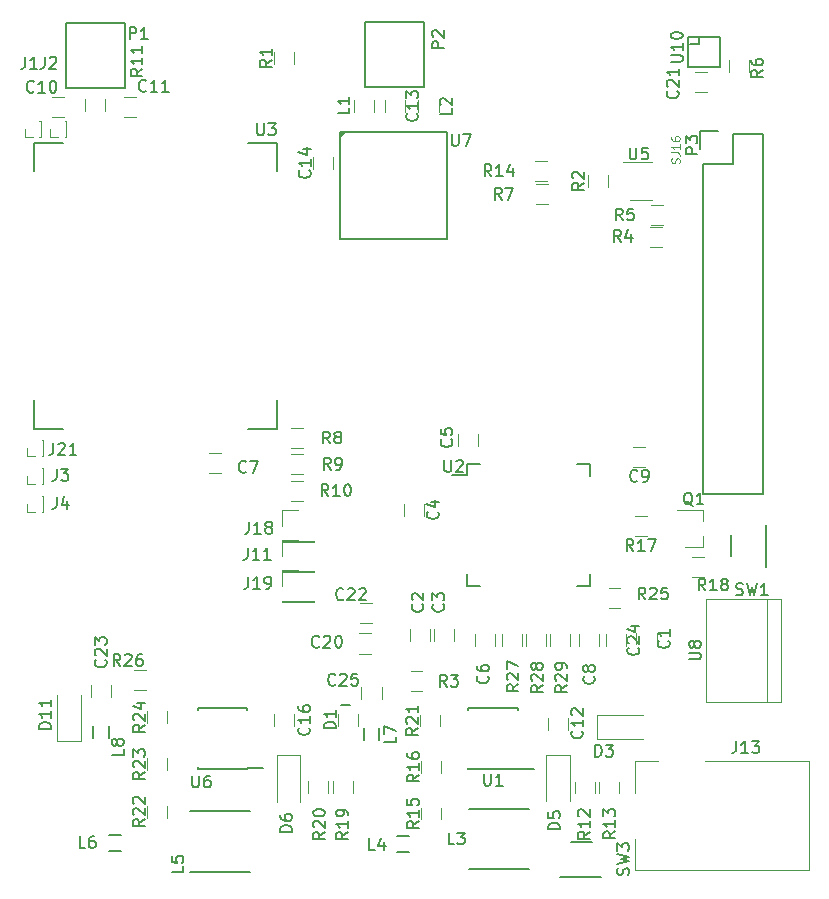
<source format=gbr>
G04 #@! TF.FileFunction,Legend,Top*
%FSLAX46Y46*%
G04 Gerber Fmt 4.6, Leading zero omitted, Abs format (unit mm)*
G04 Created by KiCad (PCBNEW 4.0.5+dfsg1-4) date Wed Oct 24 16:08:21 2018*
%MOMM*%
%LPD*%
G01*
G04 APERTURE LIST*
%ADD10C,0.100000*%
%ADD11C,0.150000*%
%ADD12C,0.120000*%
G04 APERTURE END LIST*
D10*
D11*
X159254480Y-111407600D02*
X160004480Y-111407600D01*
X169958000Y-91027500D02*
X169958000Y-91977500D01*
X180308000Y-91027500D02*
X180308000Y-92077500D01*
X180308000Y-101377500D02*
X180308000Y-100327500D01*
X169958000Y-101377500D02*
X169958000Y-100327500D01*
X169958000Y-91027500D02*
X171008000Y-91027500D01*
X169958000Y-101377500D02*
X171008000Y-101377500D01*
X180308000Y-101377500D02*
X179258000Y-101377500D01*
X180308000Y-91027500D02*
X179258000Y-91027500D01*
X169958000Y-91977500D02*
X168683000Y-91977500D01*
D12*
X170839500Y-89463500D02*
X170839500Y-88463500D01*
X169139500Y-88463500D02*
X169139500Y-89463500D01*
X172289840Y-106448480D02*
X172289840Y-105448480D01*
X170589840Y-105448480D02*
X170589840Y-106448480D01*
X148090000Y-91782000D02*
X149090000Y-91782000D01*
X149090000Y-90082000D02*
X148090000Y-90082000D01*
X184031000Y-91274000D02*
X185031000Y-91274000D01*
X185031000Y-89574000D02*
X184031000Y-89574000D01*
X135831200Y-59957600D02*
X134831200Y-59957600D01*
X134831200Y-61657600D02*
X135831200Y-61657600D01*
X140927200Y-61632200D02*
X141927200Y-61632200D01*
X141927200Y-59932200D02*
X140927200Y-59932200D01*
X164680000Y-61206000D02*
X164680000Y-60206000D01*
X162980000Y-60206000D02*
X162980000Y-61206000D01*
X156884000Y-65032000D02*
X156884000Y-66032000D01*
X158584000Y-66032000D02*
X158584000Y-65032000D01*
X190238000Y-57824000D02*
X189238000Y-57824000D01*
X189238000Y-59524000D02*
X190238000Y-59524000D01*
X138113400Y-109761400D02*
X138113400Y-110761400D01*
X139813400Y-110761400D02*
X139813400Y-109761400D01*
X160998800Y-109913800D02*
X160998800Y-110913800D01*
X162698800Y-110913800D02*
X162698800Y-109913800D01*
X180909400Y-112309400D02*
X180909400Y-114309400D01*
X180909400Y-114309400D02*
X184809400Y-114309400D01*
X180909400Y-112309400D02*
X184809400Y-112309400D01*
X133857200Y-63382200D02*
X133857200Y-61992200D01*
X133857200Y-63382200D02*
X133732200Y-63382200D01*
X133857200Y-61992200D02*
X133732200Y-61992200D01*
X133857200Y-63382200D02*
X133857200Y-63295476D01*
X133857200Y-62078924D02*
X133857200Y-61992200D01*
X133172200Y-63382200D02*
X132487200Y-63382200D01*
X132487200Y-63382200D02*
X132487200Y-62687200D01*
X136016200Y-63382200D02*
X136016200Y-61992200D01*
X136016200Y-63382200D02*
X135891200Y-63382200D01*
X136016200Y-61992200D02*
X135891200Y-61992200D01*
X136016200Y-63382200D02*
X136016200Y-63295476D01*
X136016200Y-62078924D02*
X136016200Y-61992200D01*
X135331200Y-63382200D02*
X134646200Y-63382200D01*
X134646200Y-63382200D02*
X134646200Y-62687200D01*
X134060400Y-92719200D02*
X134060400Y-91329200D01*
X134060400Y-92719200D02*
X133935400Y-92719200D01*
X134060400Y-91329200D02*
X133935400Y-91329200D01*
X134060400Y-92719200D02*
X134060400Y-92632476D01*
X134060400Y-91415924D02*
X134060400Y-91329200D01*
X133375400Y-92719200D02*
X132690400Y-92719200D01*
X132690400Y-92719200D02*
X132690400Y-92024200D01*
X134035000Y-95132200D02*
X134035000Y-93742200D01*
X134035000Y-95132200D02*
X133910000Y-95132200D01*
X134035000Y-93742200D02*
X133910000Y-93742200D01*
X134035000Y-95132200D02*
X134035000Y-95045476D01*
X134035000Y-93828924D02*
X134035000Y-93742200D01*
X133350000Y-95132200D02*
X132665000Y-95132200D01*
X132665000Y-95132200D02*
X132665000Y-94437200D01*
X190077100Y-116189700D02*
X198877100Y-116189700D01*
X198877100Y-116189700D02*
X198877100Y-125389700D01*
X184177100Y-118889700D02*
X184177100Y-116189700D01*
X184177100Y-116189700D02*
X186077100Y-116189700D01*
X198877100Y-125389700D02*
X184177100Y-125389700D01*
X184177100Y-125389700D02*
X184177100Y-122789700D01*
X167524800Y-61231400D02*
X167524800Y-60231400D01*
X165824800Y-60231400D02*
X165824800Y-61231400D01*
X153582000Y-56142000D02*
X153582000Y-57142000D01*
X155282000Y-57142000D02*
X155282000Y-56142000D01*
X181888500Y-67556000D02*
X181888500Y-66556000D01*
X180188500Y-66556000D02*
X180188500Y-67556000D01*
X166158800Y-108573200D02*
X165158800Y-108573200D01*
X165158800Y-110273200D02*
X166158800Y-110273200D01*
X185402600Y-72681200D02*
X186402600Y-72681200D01*
X186402600Y-70981200D02*
X185402600Y-70981200D01*
X185504200Y-70776200D02*
X186504200Y-70776200D01*
X186504200Y-69076200D02*
X185504200Y-69076200D01*
X193826500Y-57840500D02*
X193826500Y-56840500D01*
X192126500Y-56840500D02*
X192126500Y-57840500D01*
X176750600Y-67349000D02*
X175750600Y-67349000D01*
X175750600Y-69049000D02*
X176750600Y-69049000D01*
X155075000Y-89686500D02*
X156075000Y-89686500D01*
X156075000Y-87986500D02*
X155075000Y-87986500D01*
X155011500Y-91845500D02*
X156011500Y-91845500D01*
X156011500Y-90145500D02*
X155011500Y-90145500D01*
X155011500Y-94131500D02*
X156011500Y-94131500D01*
X156011500Y-92431500D02*
X155011500Y-92431500D01*
X176699800Y-65367800D02*
X175699800Y-65367800D01*
X175699800Y-67067800D02*
X176699800Y-67067800D01*
D11*
X133314000Y-66227000D02*
X133314000Y-63827000D01*
X133314000Y-63827000D02*
X135714000Y-63827000D01*
X151414000Y-63827000D02*
X153814000Y-63827000D01*
X153814000Y-63827000D02*
X153814000Y-66227000D01*
X151414000Y-88027000D02*
X153814000Y-88027000D01*
X153814000Y-88027000D02*
X153814000Y-85627000D01*
X133314000Y-85627000D02*
X133314000Y-88027000D01*
X133314000Y-88027000D02*
X135714000Y-88027000D01*
X159370000Y-63004000D02*
X159270000Y-63154000D01*
X159220000Y-63354000D02*
X159570000Y-62954000D01*
X168220000Y-62954000D02*
X168220000Y-71954000D01*
X168220000Y-71954000D02*
X159220000Y-71954000D01*
X159220000Y-71954000D02*
X159220000Y-62954000D01*
X159220000Y-62954000D02*
X168220000Y-62954000D01*
X189554000Y-54931500D02*
X189554000Y-55431500D01*
X188804000Y-55481500D02*
X189504000Y-55481500D01*
X188604000Y-57431500D02*
X191354000Y-57431500D01*
X191354000Y-57431500D02*
X191354000Y-54881500D01*
X191354000Y-54881500D02*
X188604000Y-54881500D01*
X188604000Y-54881500D02*
X188604000Y-57431500D01*
D12*
X154295800Y-100161400D02*
X156955800Y-100161400D01*
X154295800Y-100101400D02*
X154295800Y-100161400D01*
X156955800Y-100101400D02*
X156955800Y-100161400D01*
X154295800Y-100101400D02*
X156955800Y-100101400D01*
X154295800Y-98831400D02*
X154295800Y-97501400D01*
X154295800Y-97501400D02*
X155625800Y-97501400D01*
X154295800Y-97621400D02*
X156955800Y-97621400D01*
X154295800Y-97561400D02*
X154295800Y-97621400D01*
X156955800Y-97561400D02*
X156955800Y-97621400D01*
X154295800Y-97561400D02*
X156955800Y-97561400D01*
X154295800Y-96291400D02*
X154295800Y-94961400D01*
X154295800Y-94961400D02*
X155625800Y-94961400D01*
X154295800Y-102701400D02*
X156955800Y-102701400D01*
X154295800Y-102641400D02*
X154295800Y-102701400D01*
X156955800Y-102641400D02*
X156955800Y-102701400D01*
X154295800Y-102641400D02*
X156955800Y-102641400D01*
X154295800Y-101371400D02*
X154295800Y-100041400D01*
X154295800Y-100041400D02*
X155625800Y-100041400D01*
X134060400Y-90357000D02*
X134060400Y-88967000D01*
X134060400Y-90357000D02*
X133935400Y-90357000D01*
X134060400Y-88967000D02*
X133935400Y-88967000D01*
X134060400Y-90357000D02*
X134060400Y-90270276D01*
X134060400Y-89053724D02*
X134060400Y-88967000D01*
X133375400Y-90357000D02*
X132690400Y-90357000D01*
X132690400Y-90357000D02*
X132690400Y-89662000D01*
X160338400Y-60206000D02*
X160338400Y-61206000D01*
X162038400Y-61206000D02*
X162038400Y-60206000D01*
X164580200Y-94394400D02*
X164580200Y-95394400D01*
X166280200Y-95394400D02*
X166280200Y-94394400D01*
X181139200Y-106443400D02*
X181139200Y-105443400D01*
X179439200Y-105443400D02*
X179439200Y-106443400D01*
X176823000Y-112530000D02*
X176823000Y-113530000D01*
X178523000Y-113530000D02*
X178523000Y-112530000D01*
X179083600Y-117914800D02*
X179083600Y-118914800D01*
X180783600Y-118914800D02*
X180783600Y-117914800D01*
X181115600Y-117914800D02*
X181115600Y-118914800D01*
X182815600Y-118914800D02*
X182815600Y-117914800D01*
X166028000Y-120124600D02*
X166028000Y-121124600D01*
X167728000Y-121124600D02*
X167728000Y-120124600D01*
X166053400Y-116187600D02*
X166053400Y-117187600D01*
X167753400Y-117187600D02*
X167753400Y-116187600D01*
X183758000Y-68666000D02*
X185558000Y-68666000D01*
X185558000Y-65446000D02*
X183108000Y-65446000D01*
X185158000Y-95441400D02*
X184158000Y-95441400D01*
X184158000Y-97141400D02*
X185158000Y-97141400D01*
X189984000Y-98895800D02*
X188984000Y-98895800D01*
X188984000Y-100595800D02*
X189984000Y-100595800D01*
X139280000Y-61129800D02*
X139280000Y-60129800D01*
X137580000Y-60129800D02*
X137580000Y-61129800D01*
X153607400Y-112199800D02*
X153607400Y-113199800D01*
X155307400Y-113199800D02*
X155307400Y-112199800D01*
X158611200Y-117889400D02*
X158611200Y-118889400D01*
X160311200Y-118889400D02*
X160311200Y-117889400D01*
X156477600Y-117889400D02*
X156477600Y-118889400D01*
X158177600Y-118889400D02*
X158177600Y-117889400D01*
X165977200Y-112250600D02*
X165977200Y-113250600D01*
X167677200Y-113250600D02*
X167677200Y-112250600D01*
X142837800Y-119972200D02*
X142837800Y-120972200D01*
X144537800Y-120972200D02*
X144537800Y-119972200D01*
X142863200Y-115959000D02*
X142863200Y-116959000D01*
X144563200Y-116959000D02*
X144563200Y-115959000D01*
X142863200Y-111971200D02*
X142863200Y-112971200D01*
X144563200Y-112971200D02*
X144563200Y-111971200D01*
X142740000Y-108471600D02*
X141740000Y-108471600D01*
X141740000Y-110171600D02*
X142740000Y-110171600D01*
D11*
X151274600Y-116849600D02*
X151274600Y-116799600D01*
X147124600Y-116849600D02*
X147124600Y-116704600D01*
X147124600Y-111699600D02*
X147124600Y-111844600D01*
X151274600Y-111699600D02*
X151274600Y-111844600D01*
X151274600Y-116849600D02*
X147124600Y-116849600D01*
X151274600Y-111699600D02*
X147124600Y-111699600D01*
X151274600Y-116799600D02*
X152674600Y-116799600D01*
D12*
X174560600Y-106443400D02*
X174560600Y-105443400D01*
X172860600Y-105443400D02*
X172860600Y-106443400D01*
X176618000Y-106418000D02*
X176618000Y-105418000D01*
X174918000Y-105418000D02*
X174918000Y-106418000D01*
X178650000Y-106418000D02*
X178650000Y-105418000D01*
X176950000Y-105418000D02*
X176950000Y-106418000D01*
X196562000Y-111157000D02*
X196562000Y-102457000D01*
X190152000Y-111157000D02*
X190152000Y-102457000D01*
X190152000Y-102457000D02*
X196562000Y-102457000D01*
X195332000Y-102457000D02*
X195332000Y-111157000D01*
X196562000Y-111157000D02*
X190152000Y-111157000D01*
D11*
X165015800Y-123865000D02*
X164015800Y-123865000D01*
X164015800Y-122515000D02*
X165015800Y-122515000D01*
X140606400Y-123788800D02*
X139606400Y-123788800D01*
X139606400Y-122438800D02*
X140606400Y-122438800D01*
X161173800Y-114419000D02*
X161173800Y-113419000D01*
X162523800Y-113419000D02*
X162523800Y-114419000D01*
D12*
X159017600Y-112174400D02*
X159017600Y-113174400D01*
X160717600Y-113174400D02*
X160717600Y-112174400D01*
X178622200Y-115682200D02*
X176622200Y-115682200D01*
X176622200Y-115682200D02*
X176622200Y-119582200D01*
X178622200Y-115682200D02*
X178622200Y-119582200D01*
X155813000Y-115707600D02*
X153813000Y-115707600D01*
X153813000Y-115707600D02*
X153813000Y-119607600D01*
X155813000Y-115707600D02*
X155813000Y-119607600D01*
X135245600Y-114492600D02*
X137245600Y-114492600D01*
X137245600Y-114492600D02*
X137245600Y-110592600D01*
X135245600Y-114492600D02*
X135245600Y-110592600D01*
D11*
X138288400Y-114190400D02*
X138288400Y-113190400D01*
X139638400Y-113190400D02*
X139638400Y-114190400D01*
D12*
X189888400Y-98074600D02*
X189888400Y-97144600D01*
X189888400Y-94914600D02*
X189888400Y-95844600D01*
X189888400Y-94914600D02*
X187728400Y-94914600D01*
X189888400Y-98074600D02*
X188428400Y-98074600D01*
D11*
X174210800Y-116875000D02*
X174210800Y-116825000D01*
X170060800Y-116875000D02*
X170060800Y-116730000D01*
X170060800Y-111725000D02*
X170060800Y-111870000D01*
X174210800Y-111725000D02*
X174210800Y-111870000D01*
X174210800Y-116875000D02*
X170060800Y-116875000D01*
X174210800Y-111725000D02*
X170060800Y-111725000D01*
X174210800Y-116825000D02*
X175610800Y-116825000D01*
X175219200Y-125359000D02*
X170119200Y-125359000D01*
X175219200Y-120259000D02*
X170119200Y-120259000D01*
X151571800Y-125536800D02*
X146471800Y-125536800D01*
X151571800Y-120436800D02*
X146471800Y-120436800D01*
D12*
X185980440Y-106308780D02*
X185980440Y-105308780D01*
X184280440Y-105308780D02*
X184280440Y-106308780D01*
X166813600Y-106037000D02*
X166813600Y-105037000D01*
X165113600Y-105037000D02*
X165113600Y-106037000D01*
X168820200Y-106037000D02*
X168820200Y-105037000D01*
X167120200Y-105037000D02*
X167120200Y-106037000D01*
X161815400Y-105372800D02*
X160815400Y-105372800D01*
X160815400Y-107072800D02*
X161815400Y-107072800D01*
X161891600Y-102807400D02*
X160891600Y-102807400D01*
X160891600Y-104507400D02*
X161891600Y-104507400D01*
X182920260Y-101494220D02*
X181920260Y-101494220D01*
X181920260Y-103194220D02*
X182920260Y-103194220D01*
D11*
X140980800Y-53676800D02*
X140980800Y-59176800D01*
X140980800Y-59176800D02*
X135980800Y-59176800D01*
X135980800Y-59176800D02*
X135980800Y-53676800D01*
X135980800Y-53676800D02*
X140980800Y-53676800D01*
X166330000Y-53626000D02*
X166330000Y-59126000D01*
X166330000Y-59126000D02*
X161330000Y-59126000D01*
X161330000Y-59126000D02*
X161330000Y-53626000D01*
X161330000Y-53626000D02*
X166330000Y-53626000D01*
X192322600Y-97018600D02*
X192322600Y-98818600D01*
X195222600Y-96218600D02*
X195222600Y-99718600D01*
X180514500Y-123069500D02*
X178714500Y-123069500D01*
X181314500Y-125969500D02*
X177814500Y-125969500D01*
D12*
X183420720Y-106430160D02*
X183420720Y-105430160D01*
X181720720Y-105430160D02*
X181720720Y-106430160D01*
D11*
X195016120Y-93609160D02*
X195016120Y-63129160D01*
X189936120Y-65669160D02*
X189936120Y-93609160D01*
X195016120Y-93609160D02*
X189936120Y-93609160D01*
X195016120Y-63129160D02*
X192476120Y-63129160D01*
X191206120Y-62849160D02*
X189656120Y-62849160D01*
X192476120Y-63129160D02*
X192476120Y-65669160D01*
X192476120Y-65669160D02*
X189936120Y-65669160D01*
X189656120Y-62849160D02*
X189656120Y-64399160D01*
X168021095Y-90701881D02*
X168021095Y-91511405D01*
X168068714Y-91606643D01*
X168116333Y-91654262D01*
X168211571Y-91701881D01*
X168402048Y-91701881D01*
X168497286Y-91654262D01*
X168544905Y-91606643D01*
X168592524Y-91511405D01*
X168592524Y-90701881D01*
X169021095Y-90797119D02*
X169068714Y-90749500D01*
X169163952Y-90701881D01*
X169402048Y-90701881D01*
X169497286Y-90749500D01*
X169544905Y-90797119D01*
X169592524Y-90892357D01*
X169592524Y-90987595D01*
X169544905Y-91130452D01*
X168973476Y-91701881D01*
X169592524Y-91701881D01*
X168601663Y-88949826D02*
X168649282Y-88997445D01*
X168696901Y-89140302D01*
X168696901Y-89235540D01*
X168649282Y-89378398D01*
X168554044Y-89473636D01*
X168458806Y-89521255D01*
X168268330Y-89568874D01*
X168125472Y-89568874D01*
X167934996Y-89521255D01*
X167839758Y-89473636D01*
X167744520Y-89378398D01*
X167696901Y-89235540D01*
X167696901Y-89140302D01*
X167744520Y-88997445D01*
X167792139Y-88949826D01*
X167696901Y-88045064D02*
X167696901Y-88521255D01*
X168173091Y-88568874D01*
X168125472Y-88521255D01*
X168077853Y-88426017D01*
X168077853Y-88187921D01*
X168125472Y-88092683D01*
X168173091Y-88045064D01*
X168268330Y-87997445D01*
X168506425Y-87997445D01*
X168601663Y-88045064D01*
X168649282Y-88092683D01*
X168696901Y-88187921D01*
X168696901Y-88426017D01*
X168649282Y-88521255D01*
X168601663Y-88568874D01*
X171680143Y-108975186D02*
X171727762Y-109022805D01*
X171775381Y-109165662D01*
X171775381Y-109260900D01*
X171727762Y-109403758D01*
X171632524Y-109498996D01*
X171537286Y-109546615D01*
X171346810Y-109594234D01*
X171203952Y-109594234D01*
X171013476Y-109546615D01*
X170918238Y-109498996D01*
X170823000Y-109403758D01*
X170775381Y-109260900D01*
X170775381Y-109165662D01*
X170823000Y-109022805D01*
X170870619Y-108975186D01*
X170775381Y-108118043D02*
X170775381Y-108308520D01*
X170823000Y-108403758D01*
X170870619Y-108451377D01*
X171013476Y-108546615D01*
X171203952Y-108594234D01*
X171584905Y-108594234D01*
X171680143Y-108546615D01*
X171727762Y-108498996D01*
X171775381Y-108403758D01*
X171775381Y-108213281D01*
X171727762Y-108118043D01*
X171680143Y-108070424D01*
X171584905Y-108022805D01*
X171346810Y-108022805D01*
X171251571Y-108070424D01*
X171203952Y-108118043D01*
X171156333Y-108213281D01*
X171156333Y-108403758D01*
X171203952Y-108498996D01*
X171251571Y-108546615D01*
X171346810Y-108594234D01*
X151217334Y-91670143D02*
X151169715Y-91717762D01*
X151026858Y-91765381D01*
X150931620Y-91765381D01*
X150788762Y-91717762D01*
X150693524Y-91622524D01*
X150645905Y-91527286D01*
X150598286Y-91336810D01*
X150598286Y-91193952D01*
X150645905Y-91003476D01*
X150693524Y-90908238D01*
X150788762Y-90813000D01*
X150931620Y-90765381D01*
X151026858Y-90765381D01*
X151169715Y-90813000D01*
X151217334Y-90860619D01*
X151550667Y-90765381D02*
X152217334Y-90765381D01*
X151788762Y-91765381D01*
X184364334Y-92432143D02*
X184316715Y-92479762D01*
X184173858Y-92527381D01*
X184078620Y-92527381D01*
X183935762Y-92479762D01*
X183840524Y-92384524D01*
X183792905Y-92289286D01*
X183745286Y-92098810D01*
X183745286Y-91955952D01*
X183792905Y-91765476D01*
X183840524Y-91670238D01*
X183935762Y-91575000D01*
X184078620Y-91527381D01*
X184173858Y-91527381D01*
X184316715Y-91575000D01*
X184364334Y-91622619D01*
X184840524Y-92527381D02*
X185031000Y-92527381D01*
X185126239Y-92479762D01*
X185173858Y-92432143D01*
X185269096Y-92289286D01*
X185316715Y-92098810D01*
X185316715Y-91717857D01*
X185269096Y-91622619D01*
X185221477Y-91575000D01*
X185126239Y-91527381D01*
X184935762Y-91527381D01*
X184840524Y-91575000D01*
X184792905Y-91622619D01*
X184745286Y-91717857D01*
X184745286Y-91955952D01*
X184792905Y-92051190D01*
X184840524Y-92098810D01*
X184935762Y-92146429D01*
X185126239Y-92146429D01*
X185221477Y-92098810D01*
X185269096Y-92051190D01*
X185316715Y-91955952D01*
X133260863Y-59485803D02*
X133213244Y-59533422D01*
X133070387Y-59581041D01*
X132975149Y-59581041D01*
X132832291Y-59533422D01*
X132737053Y-59438184D01*
X132689434Y-59342946D01*
X132641815Y-59152470D01*
X132641815Y-59009612D01*
X132689434Y-58819136D01*
X132737053Y-58723898D01*
X132832291Y-58628660D01*
X132975149Y-58581041D01*
X133070387Y-58581041D01*
X133213244Y-58628660D01*
X133260863Y-58676279D01*
X134213244Y-59581041D02*
X133641815Y-59581041D01*
X133927529Y-59581041D02*
X133927529Y-58581041D01*
X133832291Y-58723898D01*
X133737053Y-58819136D01*
X133641815Y-58866755D01*
X134832291Y-58581041D02*
X134927530Y-58581041D01*
X135022768Y-58628660D01*
X135070387Y-58676279D01*
X135118006Y-58771517D01*
X135165625Y-58961993D01*
X135165625Y-59200089D01*
X135118006Y-59390565D01*
X135070387Y-59485803D01*
X135022768Y-59533422D01*
X134927530Y-59581041D01*
X134832291Y-59581041D01*
X134737053Y-59533422D01*
X134689434Y-59485803D01*
X134641815Y-59390565D01*
X134594196Y-59200089D01*
X134594196Y-58961993D01*
X134641815Y-58771517D01*
X134689434Y-58676279D01*
X134737053Y-58628660D01*
X134832291Y-58581041D01*
X142757923Y-59412143D02*
X142710304Y-59459762D01*
X142567447Y-59507381D01*
X142472209Y-59507381D01*
X142329351Y-59459762D01*
X142234113Y-59364524D01*
X142186494Y-59269286D01*
X142138875Y-59078810D01*
X142138875Y-58935952D01*
X142186494Y-58745476D01*
X142234113Y-58650238D01*
X142329351Y-58555000D01*
X142472209Y-58507381D01*
X142567447Y-58507381D01*
X142710304Y-58555000D01*
X142757923Y-58602619D01*
X143710304Y-59507381D02*
X143138875Y-59507381D01*
X143424589Y-59507381D02*
X143424589Y-58507381D01*
X143329351Y-58650238D01*
X143234113Y-58745476D01*
X143138875Y-58793095D01*
X144662685Y-59507381D02*
X144091256Y-59507381D01*
X144376970Y-59507381D02*
X144376970Y-58507381D01*
X144281732Y-58650238D01*
X144186494Y-58745476D01*
X144091256Y-58793095D01*
X165687143Y-61348857D02*
X165734762Y-61396476D01*
X165782381Y-61539333D01*
X165782381Y-61634571D01*
X165734762Y-61777429D01*
X165639524Y-61872667D01*
X165544286Y-61920286D01*
X165353810Y-61967905D01*
X165210952Y-61967905D01*
X165020476Y-61920286D01*
X164925238Y-61872667D01*
X164830000Y-61777429D01*
X164782381Y-61634571D01*
X164782381Y-61539333D01*
X164830000Y-61396476D01*
X164877619Y-61348857D01*
X165782381Y-60396476D02*
X165782381Y-60967905D01*
X165782381Y-60682191D02*
X164782381Y-60682191D01*
X164925238Y-60777429D01*
X165020476Y-60872667D01*
X165068095Y-60967905D01*
X164782381Y-60063143D02*
X164782381Y-59444095D01*
X165163333Y-59777429D01*
X165163333Y-59634571D01*
X165210952Y-59539333D01*
X165258571Y-59491714D01*
X165353810Y-59444095D01*
X165591905Y-59444095D01*
X165687143Y-59491714D01*
X165734762Y-59539333D01*
X165782381Y-59634571D01*
X165782381Y-59920286D01*
X165734762Y-60015524D01*
X165687143Y-60063143D01*
X156591143Y-66174857D02*
X156638762Y-66222476D01*
X156686381Y-66365333D01*
X156686381Y-66460571D01*
X156638762Y-66603429D01*
X156543524Y-66698667D01*
X156448286Y-66746286D01*
X156257810Y-66793905D01*
X156114952Y-66793905D01*
X155924476Y-66746286D01*
X155829238Y-66698667D01*
X155734000Y-66603429D01*
X155686381Y-66460571D01*
X155686381Y-66365333D01*
X155734000Y-66222476D01*
X155781619Y-66174857D01*
X156686381Y-65222476D02*
X156686381Y-65793905D01*
X156686381Y-65508191D02*
X155686381Y-65508191D01*
X155829238Y-65603429D01*
X155924476Y-65698667D01*
X155972095Y-65793905D01*
X156019714Y-64365333D02*
X156686381Y-64365333D01*
X155638762Y-64603429D02*
X156353048Y-64841524D01*
X156353048Y-64222476D01*
X187750723Y-59451477D02*
X187798342Y-59499096D01*
X187845961Y-59641953D01*
X187845961Y-59737191D01*
X187798342Y-59880049D01*
X187703104Y-59975287D01*
X187607866Y-60022906D01*
X187417390Y-60070525D01*
X187274532Y-60070525D01*
X187084056Y-60022906D01*
X186988818Y-59975287D01*
X186893580Y-59880049D01*
X186845961Y-59737191D01*
X186845961Y-59641953D01*
X186893580Y-59499096D01*
X186941199Y-59451477D01*
X186941199Y-59070525D02*
X186893580Y-59022906D01*
X186845961Y-58927668D01*
X186845961Y-58689572D01*
X186893580Y-58594334D01*
X186941199Y-58546715D01*
X187036437Y-58499096D01*
X187131675Y-58499096D01*
X187274532Y-58546715D01*
X187845961Y-59118144D01*
X187845961Y-58499096D01*
X187845961Y-57546715D02*
X187845961Y-58118144D01*
X187845961Y-57832430D02*
X186845961Y-57832430D01*
X186988818Y-57927668D01*
X187084056Y-58022906D01*
X187131675Y-58118144D01*
X139320543Y-107602257D02*
X139368162Y-107649876D01*
X139415781Y-107792733D01*
X139415781Y-107887971D01*
X139368162Y-108030829D01*
X139272924Y-108126067D01*
X139177686Y-108173686D01*
X138987210Y-108221305D01*
X138844352Y-108221305D01*
X138653876Y-108173686D01*
X138558638Y-108126067D01*
X138463400Y-108030829D01*
X138415781Y-107887971D01*
X138415781Y-107792733D01*
X138463400Y-107649876D01*
X138511019Y-107602257D01*
X138511019Y-107221305D02*
X138463400Y-107173686D01*
X138415781Y-107078448D01*
X138415781Y-106840352D01*
X138463400Y-106745114D01*
X138511019Y-106697495D01*
X138606257Y-106649876D01*
X138701495Y-106649876D01*
X138844352Y-106697495D01*
X139415781Y-107268924D01*
X139415781Y-106649876D01*
X138415781Y-106316543D02*
X138415781Y-105697495D01*
X138796733Y-106030829D01*
X138796733Y-105887971D01*
X138844352Y-105792733D01*
X138891971Y-105745114D01*
X138987210Y-105697495D01*
X139225305Y-105697495D01*
X139320543Y-105745114D01*
X139368162Y-105792733D01*
X139415781Y-105887971D01*
X139415781Y-106173686D01*
X139368162Y-106268924D01*
X139320543Y-106316543D01*
X158787863Y-109688903D02*
X158740244Y-109736522D01*
X158597387Y-109784141D01*
X158502149Y-109784141D01*
X158359291Y-109736522D01*
X158264053Y-109641284D01*
X158216434Y-109546046D01*
X158168815Y-109355570D01*
X158168815Y-109212712D01*
X158216434Y-109022236D01*
X158264053Y-108926998D01*
X158359291Y-108831760D01*
X158502149Y-108784141D01*
X158597387Y-108784141D01*
X158740244Y-108831760D01*
X158787863Y-108879379D01*
X159168815Y-108879379D02*
X159216434Y-108831760D01*
X159311672Y-108784141D01*
X159549768Y-108784141D01*
X159645006Y-108831760D01*
X159692625Y-108879379D01*
X159740244Y-108974617D01*
X159740244Y-109069855D01*
X159692625Y-109212712D01*
X159121196Y-109784141D01*
X159740244Y-109784141D01*
X160645006Y-108784141D02*
X160168815Y-108784141D01*
X160121196Y-109260331D01*
X160168815Y-109212712D01*
X160264053Y-109165093D01*
X160502149Y-109165093D01*
X160597387Y-109212712D01*
X160645006Y-109260331D01*
X160692625Y-109355570D01*
X160692625Y-109593665D01*
X160645006Y-109688903D01*
X160597387Y-109736522D01*
X160502149Y-109784141D01*
X160264053Y-109784141D01*
X160168815Y-109736522D01*
X160121196Y-109688903D01*
X180770305Y-115793781D02*
X180770305Y-114793781D01*
X181008400Y-114793781D01*
X181151258Y-114841400D01*
X181246496Y-114936638D01*
X181294115Y-115031876D01*
X181341734Y-115222352D01*
X181341734Y-115365210D01*
X181294115Y-115555686D01*
X181246496Y-115650924D01*
X181151258Y-115746162D01*
X181008400Y-115793781D01*
X180770305Y-115793781D01*
X181675067Y-114793781D02*
X182294115Y-114793781D01*
X181960781Y-115174733D01*
X182103639Y-115174733D01*
X182198877Y-115222352D01*
X182246496Y-115269971D01*
X182294115Y-115365210D01*
X182294115Y-115603305D01*
X182246496Y-115698543D01*
X182198877Y-115746162D01*
X182103639Y-115793781D01*
X181817924Y-115793781D01*
X181722686Y-115746162D01*
X181675067Y-115698543D01*
X132523907Y-56561741D02*
X132523907Y-57276027D01*
X132476287Y-57418884D01*
X132381049Y-57514122D01*
X132238192Y-57561741D01*
X132142954Y-57561741D01*
X133523907Y-57561741D02*
X132952478Y-57561741D01*
X133238192Y-57561741D02*
X133238192Y-56561741D01*
X133142954Y-56704598D01*
X133047716Y-56799836D01*
X132952478Y-56847455D01*
X134164747Y-56543961D02*
X134164747Y-57258247D01*
X134117127Y-57401104D01*
X134021889Y-57496342D01*
X133879032Y-57543961D01*
X133783794Y-57543961D01*
X134593318Y-56639199D02*
X134640937Y-56591580D01*
X134736175Y-56543961D01*
X134974271Y-56543961D01*
X135069509Y-56591580D01*
X135117128Y-56639199D01*
X135164747Y-56734437D01*
X135164747Y-56829675D01*
X135117128Y-56972532D01*
X134545699Y-57543961D01*
X135164747Y-57543961D01*
X135180747Y-91441021D02*
X135180747Y-92155307D01*
X135133127Y-92298164D01*
X135037889Y-92393402D01*
X134895032Y-92441021D01*
X134799794Y-92441021D01*
X135561699Y-91441021D02*
X136180747Y-91441021D01*
X135847413Y-91821973D01*
X135990271Y-91821973D01*
X136085509Y-91869592D01*
X136133128Y-91917211D01*
X136180747Y-92012450D01*
X136180747Y-92250545D01*
X136133128Y-92345783D01*
X136085509Y-92393402D01*
X135990271Y-92441021D01*
X135704556Y-92441021D01*
X135609318Y-92393402D01*
X135561699Y-92345783D01*
X135180747Y-93821001D02*
X135180747Y-94535287D01*
X135133127Y-94678144D01*
X135037889Y-94773382D01*
X134895032Y-94821001D01*
X134799794Y-94821001D01*
X136085509Y-94154334D02*
X136085509Y-94821001D01*
X135847413Y-93773382D02*
X135609318Y-94487668D01*
X136228366Y-94487668D01*
X192717577Y-114492081D02*
X192717577Y-115206367D01*
X192669957Y-115349224D01*
X192574719Y-115444462D01*
X192431862Y-115492081D01*
X192336624Y-115492081D01*
X193717577Y-115492081D02*
X193146148Y-115492081D01*
X193431862Y-115492081D02*
X193431862Y-114492081D01*
X193336624Y-114634938D01*
X193241386Y-114730176D01*
X193146148Y-114777795D01*
X194050910Y-114492081D02*
X194669958Y-114492081D01*
X194336624Y-114873033D01*
X194479482Y-114873033D01*
X194574720Y-114920652D01*
X194622339Y-114968271D01*
X194669958Y-115063510D01*
X194669958Y-115301605D01*
X194622339Y-115396843D01*
X194574720Y-115444462D01*
X194479482Y-115492081D01*
X194193767Y-115492081D01*
X194098529Y-115444462D01*
X194050910Y-115396843D01*
X168627181Y-60898066D02*
X168627181Y-61374257D01*
X167627181Y-61374257D01*
X167722419Y-60612352D02*
X167674800Y-60564733D01*
X167627181Y-60469495D01*
X167627181Y-60231399D01*
X167674800Y-60136161D01*
X167722419Y-60088542D01*
X167817657Y-60040923D01*
X167912895Y-60040923D01*
X168055752Y-60088542D01*
X168627181Y-60659971D01*
X168627181Y-60040923D01*
X153384381Y-56808666D02*
X152908190Y-57142000D01*
X153384381Y-57380095D02*
X152384381Y-57380095D01*
X152384381Y-56999142D01*
X152432000Y-56903904D01*
X152479619Y-56856285D01*
X152574857Y-56808666D01*
X152717714Y-56808666D01*
X152812952Y-56856285D01*
X152860571Y-56903904D01*
X152908190Y-56999142D01*
X152908190Y-57380095D01*
X153384381Y-55856285D02*
X153384381Y-56427714D01*
X153384381Y-56142000D02*
X152384381Y-56142000D01*
X152527238Y-56237238D01*
X152622476Y-56332476D01*
X152670095Y-56427714D01*
X179839881Y-67222666D02*
X179363690Y-67556000D01*
X179839881Y-67794095D02*
X178839881Y-67794095D01*
X178839881Y-67413142D01*
X178887500Y-67317904D01*
X178935119Y-67270285D01*
X179030357Y-67222666D01*
X179173214Y-67222666D01*
X179268452Y-67270285D01*
X179316071Y-67317904D01*
X179363690Y-67413142D01*
X179363690Y-67794095D01*
X178935119Y-66841714D02*
X178887500Y-66794095D01*
X178839881Y-66698857D01*
X178839881Y-66460761D01*
X178887500Y-66365523D01*
X178935119Y-66317904D01*
X179030357Y-66270285D01*
X179125595Y-66270285D01*
X179268452Y-66317904D01*
X179839881Y-66889333D01*
X179839881Y-66270285D01*
X168222634Y-109875581D02*
X167889300Y-109399390D01*
X167651205Y-109875581D02*
X167651205Y-108875581D01*
X168032158Y-108875581D01*
X168127396Y-108923200D01*
X168175015Y-108970819D01*
X168222634Y-109066057D01*
X168222634Y-109208914D01*
X168175015Y-109304152D01*
X168127396Y-109351771D01*
X168032158Y-109399390D01*
X167651205Y-109399390D01*
X168555967Y-108875581D02*
X169175015Y-108875581D01*
X168841681Y-109256533D01*
X168984539Y-109256533D01*
X169079777Y-109304152D01*
X169127396Y-109351771D01*
X169175015Y-109447010D01*
X169175015Y-109685105D01*
X169127396Y-109780343D01*
X169079777Y-109827962D01*
X168984539Y-109875581D01*
X168698824Y-109875581D01*
X168603586Y-109827962D01*
X168555967Y-109780343D01*
X182954634Y-72217541D02*
X182621300Y-71741350D01*
X182383205Y-72217541D02*
X182383205Y-71217541D01*
X182764158Y-71217541D01*
X182859396Y-71265160D01*
X182907015Y-71312779D01*
X182954634Y-71408017D01*
X182954634Y-71550874D01*
X182907015Y-71646112D01*
X182859396Y-71693731D01*
X182764158Y-71741350D01*
X182383205Y-71741350D01*
X183811777Y-71550874D02*
X183811777Y-72217541D01*
X183573681Y-71169922D02*
X183335586Y-71884208D01*
X183954634Y-71884208D01*
X183104494Y-70398901D02*
X182771160Y-69922710D01*
X182533065Y-70398901D02*
X182533065Y-69398901D01*
X182914018Y-69398901D01*
X183009256Y-69446520D01*
X183056875Y-69494139D01*
X183104494Y-69589377D01*
X183104494Y-69732234D01*
X183056875Y-69827472D01*
X183009256Y-69875091D01*
X182914018Y-69922710D01*
X182533065Y-69922710D01*
X184009256Y-69398901D02*
X183533065Y-69398901D01*
X183485446Y-69875091D01*
X183533065Y-69827472D01*
X183628303Y-69779853D01*
X183866399Y-69779853D01*
X183961637Y-69827472D01*
X184009256Y-69875091D01*
X184056875Y-69970330D01*
X184056875Y-70208425D01*
X184009256Y-70303663D01*
X183961637Y-70351282D01*
X183866399Y-70398901D01*
X183628303Y-70398901D01*
X183533065Y-70351282D01*
X183485446Y-70303663D01*
X194998601Y-57664646D02*
X194522410Y-57997980D01*
X194998601Y-58236075D02*
X193998601Y-58236075D01*
X193998601Y-57855122D01*
X194046220Y-57759884D01*
X194093839Y-57712265D01*
X194189077Y-57664646D01*
X194331934Y-57664646D01*
X194427172Y-57712265D01*
X194474791Y-57759884D01*
X194522410Y-57855122D01*
X194522410Y-58236075D01*
X193998601Y-56807503D02*
X193998601Y-56997980D01*
X194046220Y-57093218D01*
X194093839Y-57140837D01*
X194236696Y-57236075D01*
X194427172Y-57283694D01*
X194808125Y-57283694D01*
X194903363Y-57236075D01*
X194950982Y-57188456D01*
X194998601Y-57093218D01*
X194998601Y-56902741D01*
X194950982Y-56807503D01*
X194903363Y-56759884D01*
X194808125Y-56712265D01*
X194570030Y-56712265D01*
X194474791Y-56759884D01*
X194427172Y-56807503D01*
X194379553Y-56902741D01*
X194379553Y-57093218D01*
X194427172Y-57188456D01*
X194474791Y-57236075D01*
X194570030Y-57283694D01*
X172858134Y-68643761D02*
X172524800Y-68167570D01*
X172286705Y-68643761D02*
X172286705Y-67643761D01*
X172667658Y-67643761D01*
X172762896Y-67691380D01*
X172810515Y-67738999D01*
X172858134Y-67834237D01*
X172858134Y-67977094D01*
X172810515Y-68072332D01*
X172762896Y-68119951D01*
X172667658Y-68167570D01*
X172286705Y-68167570D01*
X173191467Y-67643761D02*
X173858134Y-67643761D01*
X173429562Y-68643761D01*
X158329334Y-89288881D02*
X157996000Y-88812690D01*
X157757905Y-89288881D02*
X157757905Y-88288881D01*
X158138858Y-88288881D01*
X158234096Y-88336500D01*
X158281715Y-88384119D01*
X158329334Y-88479357D01*
X158329334Y-88622214D01*
X158281715Y-88717452D01*
X158234096Y-88765071D01*
X158138858Y-88812690D01*
X157757905Y-88812690D01*
X158900762Y-88717452D02*
X158805524Y-88669833D01*
X158757905Y-88622214D01*
X158710286Y-88526976D01*
X158710286Y-88479357D01*
X158757905Y-88384119D01*
X158805524Y-88336500D01*
X158900762Y-88288881D01*
X159091239Y-88288881D01*
X159186477Y-88336500D01*
X159234096Y-88384119D01*
X159281715Y-88479357D01*
X159281715Y-88526976D01*
X159234096Y-88622214D01*
X159186477Y-88669833D01*
X159091239Y-88717452D01*
X158900762Y-88717452D01*
X158805524Y-88765071D01*
X158757905Y-88812690D01*
X158710286Y-88907929D01*
X158710286Y-89098405D01*
X158757905Y-89193643D01*
X158805524Y-89241262D01*
X158900762Y-89288881D01*
X159091239Y-89288881D01*
X159186477Y-89241262D01*
X159234096Y-89193643D01*
X159281715Y-89098405D01*
X159281715Y-88907929D01*
X159234096Y-88812690D01*
X159186477Y-88765071D01*
X159091239Y-88717452D01*
X158392834Y-91498681D02*
X158059500Y-91022490D01*
X157821405Y-91498681D02*
X157821405Y-90498681D01*
X158202358Y-90498681D01*
X158297596Y-90546300D01*
X158345215Y-90593919D01*
X158392834Y-90689157D01*
X158392834Y-90832014D01*
X158345215Y-90927252D01*
X158297596Y-90974871D01*
X158202358Y-91022490D01*
X157821405Y-91022490D01*
X158869024Y-91498681D02*
X159059500Y-91498681D01*
X159154739Y-91451062D01*
X159202358Y-91403443D01*
X159297596Y-91260586D01*
X159345215Y-91070110D01*
X159345215Y-90689157D01*
X159297596Y-90593919D01*
X159249977Y-90546300D01*
X159154739Y-90498681D01*
X158964262Y-90498681D01*
X158869024Y-90546300D01*
X158821405Y-90593919D01*
X158773786Y-90689157D01*
X158773786Y-90927252D01*
X158821405Y-91022490D01*
X158869024Y-91070110D01*
X158964262Y-91117729D01*
X159154739Y-91117729D01*
X159249977Y-91070110D01*
X159297596Y-91022490D01*
X159345215Y-90927252D01*
X158196043Y-93733881D02*
X157862709Y-93257690D01*
X157624614Y-93733881D02*
X157624614Y-92733881D01*
X158005567Y-92733881D01*
X158100805Y-92781500D01*
X158148424Y-92829119D01*
X158196043Y-92924357D01*
X158196043Y-93067214D01*
X158148424Y-93162452D01*
X158100805Y-93210071D01*
X158005567Y-93257690D01*
X157624614Y-93257690D01*
X159148424Y-93733881D02*
X158576995Y-93733881D01*
X158862709Y-93733881D02*
X158862709Y-92733881D01*
X158767471Y-92876738D01*
X158672233Y-92971976D01*
X158576995Y-93019595D01*
X159767471Y-92733881D02*
X159862710Y-92733881D01*
X159957948Y-92781500D01*
X160005567Y-92829119D01*
X160053186Y-92924357D01*
X160100805Y-93114833D01*
X160100805Y-93352929D01*
X160053186Y-93543405D01*
X160005567Y-93638643D01*
X159957948Y-93686262D01*
X159862710Y-93733881D01*
X159767471Y-93733881D01*
X159672233Y-93686262D01*
X159624614Y-93638643D01*
X159576995Y-93543405D01*
X159529376Y-93352929D01*
X159529376Y-93114833D01*
X159576995Y-92924357D01*
X159624614Y-92829119D01*
X159672233Y-92781500D01*
X159767471Y-92733881D01*
X171990783Y-66665101D02*
X171657449Y-66188910D01*
X171419354Y-66665101D02*
X171419354Y-65665101D01*
X171800307Y-65665101D01*
X171895545Y-65712720D01*
X171943164Y-65760339D01*
X171990783Y-65855577D01*
X171990783Y-65998434D01*
X171943164Y-66093672D01*
X171895545Y-66141291D01*
X171800307Y-66188910D01*
X171419354Y-66188910D01*
X172943164Y-66665101D02*
X172371735Y-66665101D01*
X172657449Y-66665101D02*
X172657449Y-65665101D01*
X172562211Y-65807958D01*
X172466973Y-65903196D01*
X172371735Y-65950815D01*
X173800307Y-65998434D02*
X173800307Y-66665101D01*
X173562211Y-65617482D02*
X173324116Y-66331768D01*
X173943164Y-66331768D01*
X152152095Y-62179381D02*
X152152095Y-62988905D01*
X152199714Y-63084143D01*
X152247333Y-63131762D01*
X152342571Y-63179381D01*
X152533048Y-63179381D01*
X152628286Y-63131762D01*
X152675905Y-63084143D01*
X152723524Y-62988905D01*
X152723524Y-62179381D01*
X153104476Y-62179381D02*
X153723524Y-62179381D01*
X153390190Y-62560333D01*
X153533048Y-62560333D01*
X153628286Y-62607952D01*
X153675905Y-62655571D01*
X153723524Y-62750810D01*
X153723524Y-62988905D01*
X153675905Y-63084143D01*
X153628286Y-63131762D01*
X153533048Y-63179381D01*
X153247333Y-63179381D01*
X153152095Y-63131762D01*
X153104476Y-63084143D01*
X168656095Y-63079381D02*
X168656095Y-63888905D01*
X168703714Y-63984143D01*
X168751333Y-64031762D01*
X168846571Y-64079381D01*
X169037048Y-64079381D01*
X169132286Y-64031762D01*
X169179905Y-63984143D01*
X169227524Y-63888905D01*
X169227524Y-63079381D01*
X169608476Y-63079381D02*
X170275143Y-63079381D01*
X169846571Y-64079381D01*
X187188861Y-56986015D02*
X187998385Y-56986015D01*
X188093623Y-56938396D01*
X188141242Y-56890777D01*
X188188861Y-56795539D01*
X188188861Y-56605062D01*
X188141242Y-56509824D01*
X188093623Y-56462205D01*
X187998385Y-56414586D01*
X187188861Y-56414586D01*
X188188861Y-55414586D02*
X188188861Y-55986015D01*
X188188861Y-55700301D02*
X187188861Y-55700301D01*
X187331718Y-55795539D01*
X187426956Y-55890777D01*
X187474575Y-55986015D01*
X187188861Y-54795539D02*
X187188861Y-54700300D01*
X187236480Y-54605062D01*
X187284099Y-54557443D01*
X187379337Y-54509824D01*
X187569813Y-54462205D01*
X187807909Y-54462205D01*
X187998385Y-54509824D01*
X188093623Y-54557443D01*
X188141242Y-54605062D01*
X188188861Y-54700300D01*
X188188861Y-54795539D01*
X188141242Y-54890777D01*
X188093623Y-54938396D01*
X187998385Y-54986015D01*
X187807909Y-55033634D01*
X187569813Y-55033634D01*
X187379337Y-54986015D01*
X187284099Y-54938396D01*
X187236480Y-54890777D01*
X187188861Y-54795539D01*
X151361877Y-98113601D02*
X151361877Y-98827887D01*
X151314257Y-98970744D01*
X151219019Y-99065982D01*
X151076162Y-99113601D01*
X150980924Y-99113601D01*
X152361877Y-99113601D02*
X151790448Y-99113601D01*
X152076162Y-99113601D02*
X152076162Y-98113601D01*
X151980924Y-98256458D01*
X151885686Y-98351696D01*
X151790448Y-98399315D01*
X153314258Y-99113601D02*
X152742829Y-99113601D01*
X153028543Y-99113601D02*
X153028543Y-98113601D01*
X152933305Y-98256458D01*
X152838067Y-98351696D01*
X152742829Y-98399315D01*
X151478717Y-95929201D02*
X151478717Y-96643487D01*
X151431097Y-96786344D01*
X151335859Y-96881582D01*
X151193002Y-96929201D01*
X151097764Y-96929201D01*
X152478717Y-96929201D02*
X151907288Y-96929201D01*
X152193002Y-96929201D02*
X152193002Y-95929201D01*
X152097764Y-96072058D01*
X152002526Y-96167296D01*
X151907288Y-96214915D01*
X153050145Y-96357772D02*
X152954907Y-96310153D01*
X152907288Y-96262534D01*
X152859669Y-96167296D01*
X152859669Y-96119677D01*
X152907288Y-96024439D01*
X152954907Y-95976820D01*
X153050145Y-95929201D01*
X153240622Y-95929201D01*
X153335860Y-95976820D01*
X153383479Y-96024439D01*
X153431098Y-96119677D01*
X153431098Y-96167296D01*
X153383479Y-96262534D01*
X153335860Y-96310153D01*
X153240622Y-96357772D01*
X153050145Y-96357772D01*
X152954907Y-96405391D01*
X152907288Y-96453010D01*
X152859669Y-96548249D01*
X152859669Y-96738725D01*
X152907288Y-96833963D01*
X152954907Y-96881582D01*
X153050145Y-96929201D01*
X153240622Y-96929201D01*
X153335860Y-96881582D01*
X153383479Y-96833963D01*
X153431098Y-96738725D01*
X153431098Y-96548249D01*
X153383479Y-96453010D01*
X153335860Y-96405391D01*
X153240622Y-96357772D01*
X151402517Y-100569781D02*
X151402517Y-101284067D01*
X151354897Y-101426924D01*
X151259659Y-101522162D01*
X151116802Y-101569781D01*
X151021564Y-101569781D01*
X152402517Y-101569781D02*
X151831088Y-101569781D01*
X152116802Y-101569781D02*
X152116802Y-100569781D01*
X152021564Y-100712638D01*
X151926326Y-100807876D01*
X151831088Y-100855495D01*
X152878707Y-101569781D02*
X153069183Y-101569781D01*
X153164422Y-101522162D01*
X153212041Y-101474543D01*
X153307279Y-101331686D01*
X153354898Y-101141210D01*
X153354898Y-100760257D01*
X153307279Y-100665019D01*
X153259660Y-100617400D01*
X153164422Y-100569781D01*
X152973945Y-100569781D01*
X152878707Y-100617400D01*
X152831088Y-100665019D01*
X152783469Y-100760257D01*
X152783469Y-100998352D01*
X152831088Y-101093590D01*
X152878707Y-101141210D01*
X152973945Y-101188829D01*
X153164422Y-101188829D01*
X153259660Y-101141210D01*
X153307279Y-101093590D01*
X153354898Y-100998352D01*
X134900137Y-89256621D02*
X134900137Y-89970907D01*
X134852517Y-90113764D01*
X134757279Y-90209002D01*
X134614422Y-90256621D01*
X134519184Y-90256621D01*
X135328708Y-89351859D02*
X135376327Y-89304240D01*
X135471565Y-89256621D01*
X135709661Y-89256621D01*
X135804899Y-89304240D01*
X135852518Y-89351859D01*
X135900137Y-89447097D01*
X135900137Y-89542335D01*
X135852518Y-89685192D01*
X135281089Y-90256621D01*
X135900137Y-90256621D01*
X136852518Y-90256621D02*
X136281089Y-90256621D01*
X136566803Y-90256621D02*
X136566803Y-89256621D01*
X136471565Y-89399478D01*
X136376327Y-89494716D01*
X136281089Y-89542335D01*
X159974541Y-60847266D02*
X159974541Y-61323457D01*
X158974541Y-61323457D01*
X159974541Y-59990123D02*
X159974541Y-60561552D01*
X159974541Y-60275838D02*
X158974541Y-60275838D01*
X159117398Y-60371076D01*
X159212636Y-60466314D01*
X159260255Y-60561552D01*
D10*
X187913133Y-65547734D02*
X187946467Y-65447734D01*
X187946467Y-65281067D01*
X187913133Y-65214400D01*
X187879800Y-65181067D01*
X187813133Y-65147734D01*
X187746467Y-65147734D01*
X187679800Y-65181067D01*
X187646467Y-65214400D01*
X187613133Y-65281067D01*
X187579800Y-65414400D01*
X187546467Y-65481067D01*
X187513133Y-65514400D01*
X187446467Y-65547734D01*
X187379800Y-65547734D01*
X187313133Y-65514400D01*
X187279800Y-65481067D01*
X187246467Y-65414400D01*
X187246467Y-65247734D01*
X187279800Y-65147734D01*
X187246467Y-64647733D02*
X187746467Y-64647733D01*
X187846467Y-64681067D01*
X187913133Y-64747733D01*
X187946467Y-64847733D01*
X187946467Y-64914400D01*
X187946467Y-63947734D02*
X187946467Y-64347734D01*
X187946467Y-64147734D02*
X187246467Y-64147734D01*
X187346467Y-64214400D01*
X187413133Y-64281067D01*
X187446467Y-64347734D01*
X187246467Y-63347733D02*
X187246467Y-63481067D01*
X187279800Y-63547733D01*
X187313133Y-63581067D01*
X187413133Y-63647733D01*
X187546467Y-63681067D01*
X187813133Y-63681067D01*
X187879800Y-63647733D01*
X187913133Y-63614400D01*
X187946467Y-63547733D01*
X187946467Y-63414400D01*
X187913133Y-63347733D01*
X187879800Y-63314400D01*
X187813133Y-63281067D01*
X187646467Y-63281067D01*
X187579800Y-63314400D01*
X187546467Y-63347733D01*
X187513133Y-63414400D01*
X187513133Y-63547733D01*
X187546467Y-63614400D01*
X187579800Y-63647733D01*
X187646467Y-63681067D01*
D11*
X167438343Y-95061066D02*
X167485962Y-95108685D01*
X167533581Y-95251542D01*
X167533581Y-95346780D01*
X167485962Y-95489638D01*
X167390724Y-95584876D01*
X167295486Y-95632495D01*
X167105010Y-95680114D01*
X166962152Y-95680114D01*
X166771676Y-95632495D01*
X166676438Y-95584876D01*
X166581200Y-95489638D01*
X166533581Y-95346780D01*
X166533581Y-95251542D01*
X166581200Y-95108685D01*
X166628819Y-95061066D01*
X166866914Y-94203923D02*
X167533581Y-94203923D01*
X166485962Y-94442019D02*
X167200248Y-94680114D01*
X167200248Y-94061066D01*
X180679363Y-109013286D02*
X180726982Y-109060905D01*
X180774601Y-109203762D01*
X180774601Y-109299000D01*
X180726982Y-109441858D01*
X180631744Y-109537096D01*
X180536506Y-109584715D01*
X180346030Y-109632334D01*
X180203172Y-109632334D01*
X180012696Y-109584715D01*
X179917458Y-109537096D01*
X179822220Y-109441858D01*
X179774601Y-109299000D01*
X179774601Y-109203762D01*
X179822220Y-109060905D01*
X179869839Y-109013286D01*
X180203172Y-108441858D02*
X180155553Y-108537096D01*
X180107934Y-108584715D01*
X180012696Y-108632334D01*
X179965077Y-108632334D01*
X179869839Y-108584715D01*
X179822220Y-108537096D01*
X179774601Y-108441858D01*
X179774601Y-108251381D01*
X179822220Y-108156143D01*
X179869839Y-108108524D01*
X179965077Y-108060905D01*
X180012696Y-108060905D01*
X180107934Y-108108524D01*
X180155553Y-108156143D01*
X180203172Y-108251381D01*
X180203172Y-108441858D01*
X180250791Y-108537096D01*
X180298410Y-108584715D01*
X180393649Y-108632334D01*
X180584125Y-108632334D01*
X180679363Y-108584715D01*
X180726982Y-108537096D01*
X180774601Y-108441858D01*
X180774601Y-108251381D01*
X180726982Y-108156143D01*
X180679363Y-108108524D01*
X180584125Y-108060905D01*
X180393649Y-108060905D01*
X180298410Y-108108524D01*
X180250791Y-108156143D01*
X180203172Y-108251381D01*
X179658283Y-113629677D02*
X179705902Y-113677296D01*
X179753521Y-113820153D01*
X179753521Y-113915391D01*
X179705902Y-114058249D01*
X179610664Y-114153487D01*
X179515426Y-114201106D01*
X179324950Y-114248725D01*
X179182092Y-114248725D01*
X178991616Y-114201106D01*
X178896378Y-114153487D01*
X178801140Y-114058249D01*
X178753521Y-113915391D01*
X178753521Y-113820153D01*
X178801140Y-113677296D01*
X178848759Y-113629677D01*
X179753521Y-112677296D02*
X179753521Y-113248725D01*
X179753521Y-112963011D02*
X178753521Y-112963011D01*
X178896378Y-113058249D01*
X178991616Y-113153487D01*
X179039235Y-113248725D01*
X178848759Y-112296344D02*
X178801140Y-112248725D01*
X178753521Y-112153487D01*
X178753521Y-111915391D01*
X178801140Y-111820153D01*
X178848759Y-111772534D01*
X178943997Y-111724915D01*
X179039235Y-111724915D01*
X179182092Y-111772534D01*
X179753521Y-112343963D01*
X179753521Y-111724915D01*
X180325021Y-122179317D02*
X179848830Y-122512651D01*
X180325021Y-122750746D02*
X179325021Y-122750746D01*
X179325021Y-122369793D01*
X179372640Y-122274555D01*
X179420259Y-122226936D01*
X179515497Y-122179317D01*
X179658354Y-122179317D01*
X179753592Y-122226936D01*
X179801211Y-122274555D01*
X179848830Y-122369793D01*
X179848830Y-122750746D01*
X180325021Y-121226936D02*
X180325021Y-121798365D01*
X180325021Y-121512651D02*
X179325021Y-121512651D01*
X179467878Y-121607889D01*
X179563116Y-121703127D01*
X179610735Y-121798365D01*
X179420259Y-120845984D02*
X179372640Y-120798365D01*
X179325021Y-120703127D01*
X179325021Y-120465031D01*
X179372640Y-120369793D01*
X179420259Y-120322174D01*
X179515497Y-120274555D01*
X179610735Y-120274555D01*
X179753592Y-120322174D01*
X180325021Y-120893603D01*
X180325021Y-120274555D01*
X182489101Y-122138677D02*
X182012910Y-122472011D01*
X182489101Y-122710106D02*
X181489101Y-122710106D01*
X181489101Y-122329153D01*
X181536720Y-122233915D01*
X181584339Y-122186296D01*
X181679577Y-122138677D01*
X181822434Y-122138677D01*
X181917672Y-122186296D01*
X181965291Y-122233915D01*
X182012910Y-122329153D01*
X182012910Y-122710106D01*
X182489101Y-121186296D02*
X182489101Y-121757725D01*
X182489101Y-121472011D02*
X181489101Y-121472011D01*
X181631958Y-121567249D01*
X181727196Y-121662487D01*
X181774815Y-121757725D01*
X181489101Y-120852963D02*
X181489101Y-120233915D01*
X181870053Y-120567249D01*
X181870053Y-120424391D01*
X181917672Y-120329153D01*
X181965291Y-120281534D01*
X182060530Y-120233915D01*
X182298625Y-120233915D01*
X182393863Y-120281534D01*
X182441482Y-120329153D01*
X182489101Y-120424391D01*
X182489101Y-120710106D01*
X182441482Y-120805344D01*
X182393863Y-120852963D01*
X165830381Y-121267457D02*
X165354190Y-121600791D01*
X165830381Y-121838886D02*
X164830381Y-121838886D01*
X164830381Y-121457933D01*
X164878000Y-121362695D01*
X164925619Y-121315076D01*
X165020857Y-121267457D01*
X165163714Y-121267457D01*
X165258952Y-121315076D01*
X165306571Y-121362695D01*
X165354190Y-121457933D01*
X165354190Y-121838886D01*
X165830381Y-120315076D02*
X165830381Y-120886505D01*
X165830381Y-120600791D02*
X164830381Y-120600791D01*
X164973238Y-120696029D01*
X165068476Y-120791267D01*
X165116095Y-120886505D01*
X164830381Y-119410314D02*
X164830381Y-119886505D01*
X165306571Y-119934124D01*
X165258952Y-119886505D01*
X165211333Y-119791267D01*
X165211333Y-119553171D01*
X165258952Y-119457933D01*
X165306571Y-119410314D01*
X165401810Y-119362695D01*
X165639905Y-119362695D01*
X165735143Y-119410314D01*
X165782762Y-119457933D01*
X165830381Y-119553171D01*
X165830381Y-119791267D01*
X165782762Y-119886505D01*
X165735143Y-119934124D01*
X165855781Y-117330457D02*
X165379590Y-117663791D01*
X165855781Y-117901886D02*
X164855781Y-117901886D01*
X164855781Y-117520933D01*
X164903400Y-117425695D01*
X164951019Y-117378076D01*
X165046257Y-117330457D01*
X165189114Y-117330457D01*
X165284352Y-117378076D01*
X165331971Y-117425695D01*
X165379590Y-117520933D01*
X165379590Y-117901886D01*
X165855781Y-116378076D02*
X165855781Y-116949505D01*
X165855781Y-116663791D02*
X164855781Y-116663791D01*
X164998638Y-116759029D01*
X165093876Y-116854267D01*
X165141495Y-116949505D01*
X164855781Y-115520933D02*
X164855781Y-115711410D01*
X164903400Y-115806648D01*
X164951019Y-115854267D01*
X165093876Y-115949505D01*
X165284352Y-115997124D01*
X165665305Y-115997124D01*
X165760543Y-115949505D01*
X165808162Y-115901886D01*
X165855781Y-115806648D01*
X165855781Y-115616171D01*
X165808162Y-115520933D01*
X165760543Y-115473314D01*
X165665305Y-115425695D01*
X165427210Y-115425695D01*
X165331971Y-115473314D01*
X165284352Y-115520933D01*
X165236733Y-115616171D01*
X165236733Y-115806648D01*
X165284352Y-115901886D01*
X165331971Y-115949505D01*
X165427210Y-115997124D01*
X183710675Y-64245241D02*
X183710675Y-65054765D01*
X183758294Y-65150003D01*
X183805913Y-65197622D01*
X183901151Y-65245241D01*
X184091628Y-65245241D01*
X184186866Y-65197622D01*
X184234485Y-65150003D01*
X184282104Y-65054765D01*
X184282104Y-64245241D01*
X185234485Y-64245241D02*
X184758294Y-64245241D01*
X184710675Y-64721431D01*
X184758294Y-64673812D01*
X184853532Y-64626193D01*
X185091628Y-64626193D01*
X185186866Y-64673812D01*
X185234485Y-64721431D01*
X185282104Y-64816670D01*
X185282104Y-65054765D01*
X185234485Y-65150003D01*
X185186866Y-65197622D01*
X185091628Y-65245241D01*
X184853532Y-65245241D01*
X184758294Y-65197622D01*
X184710675Y-65150003D01*
X184015143Y-98394781D02*
X183681809Y-97918590D01*
X183443714Y-98394781D02*
X183443714Y-97394781D01*
X183824667Y-97394781D01*
X183919905Y-97442400D01*
X183967524Y-97490019D01*
X184015143Y-97585257D01*
X184015143Y-97728114D01*
X183967524Y-97823352D01*
X183919905Y-97870971D01*
X183824667Y-97918590D01*
X183443714Y-97918590D01*
X184967524Y-98394781D02*
X184396095Y-98394781D01*
X184681809Y-98394781D02*
X184681809Y-97394781D01*
X184586571Y-97537638D01*
X184491333Y-97632876D01*
X184396095Y-97680495D01*
X185300857Y-97394781D02*
X185967524Y-97394781D01*
X185538952Y-98394781D01*
X190111143Y-101722181D02*
X189777809Y-101245990D01*
X189539714Y-101722181D02*
X189539714Y-100722181D01*
X189920667Y-100722181D01*
X190015905Y-100769800D01*
X190063524Y-100817419D01*
X190111143Y-100912657D01*
X190111143Y-101055514D01*
X190063524Y-101150752D01*
X190015905Y-101198371D01*
X189920667Y-101245990D01*
X189539714Y-101245990D01*
X191063524Y-101722181D02*
X190492095Y-101722181D01*
X190777809Y-101722181D02*
X190777809Y-100722181D01*
X190682571Y-100865038D01*
X190587333Y-100960276D01*
X190492095Y-101007895D01*
X191634952Y-101150752D02*
X191539714Y-101103133D01*
X191492095Y-101055514D01*
X191444476Y-100960276D01*
X191444476Y-100912657D01*
X191492095Y-100817419D01*
X191539714Y-100769800D01*
X191634952Y-100722181D01*
X191825429Y-100722181D01*
X191920667Y-100769800D01*
X191968286Y-100817419D01*
X192015905Y-100912657D01*
X192015905Y-100960276D01*
X191968286Y-101055514D01*
X191920667Y-101103133D01*
X191825429Y-101150752D01*
X191634952Y-101150752D01*
X191539714Y-101198371D01*
X191492095Y-101245990D01*
X191444476Y-101341229D01*
X191444476Y-101531705D01*
X191492095Y-101626943D01*
X191539714Y-101674562D01*
X191634952Y-101722181D01*
X191825429Y-101722181D01*
X191920667Y-101674562D01*
X191968286Y-101626943D01*
X192015905Y-101531705D01*
X192015905Y-101341229D01*
X191968286Y-101245990D01*
X191920667Y-101198371D01*
X191825429Y-101150752D01*
X142448541Y-57571877D02*
X141972350Y-57905211D01*
X142448541Y-58143306D02*
X141448541Y-58143306D01*
X141448541Y-57762353D01*
X141496160Y-57667115D01*
X141543779Y-57619496D01*
X141639017Y-57571877D01*
X141781874Y-57571877D01*
X141877112Y-57619496D01*
X141924731Y-57667115D01*
X141972350Y-57762353D01*
X141972350Y-58143306D01*
X142448541Y-56619496D02*
X142448541Y-57190925D01*
X142448541Y-56905211D02*
X141448541Y-56905211D01*
X141591398Y-57000449D01*
X141686636Y-57095687D01*
X141734255Y-57190925D01*
X142448541Y-55667115D02*
X142448541Y-56238544D01*
X142448541Y-55952830D02*
X141448541Y-55952830D01*
X141591398Y-56048068D01*
X141686636Y-56143306D01*
X141734255Y-56238544D01*
X156534123Y-113337577D02*
X156581742Y-113385196D01*
X156629361Y-113528053D01*
X156629361Y-113623291D01*
X156581742Y-113766149D01*
X156486504Y-113861387D01*
X156391266Y-113909006D01*
X156200790Y-113956625D01*
X156057932Y-113956625D01*
X155867456Y-113909006D01*
X155772218Y-113861387D01*
X155676980Y-113766149D01*
X155629361Y-113623291D01*
X155629361Y-113528053D01*
X155676980Y-113385196D01*
X155724599Y-113337577D01*
X156629361Y-112385196D02*
X156629361Y-112956625D01*
X156629361Y-112670911D02*
X155629361Y-112670911D01*
X155772218Y-112766149D01*
X155867456Y-112861387D01*
X155915075Y-112956625D01*
X155629361Y-111528053D02*
X155629361Y-111718530D01*
X155676980Y-111813768D01*
X155724599Y-111861387D01*
X155867456Y-111956625D01*
X156057932Y-112004244D01*
X156438885Y-112004244D01*
X156534123Y-111956625D01*
X156581742Y-111909006D01*
X156629361Y-111813768D01*
X156629361Y-111623291D01*
X156581742Y-111528053D01*
X156534123Y-111480434D01*
X156438885Y-111432815D01*
X156200790Y-111432815D01*
X156105551Y-111480434D01*
X156057932Y-111528053D01*
X156010313Y-111623291D01*
X156010313Y-111813768D01*
X156057932Y-111909006D01*
X156105551Y-111956625D01*
X156200790Y-112004244D01*
X159860241Y-122204717D02*
X159384050Y-122538051D01*
X159860241Y-122776146D02*
X158860241Y-122776146D01*
X158860241Y-122395193D01*
X158907860Y-122299955D01*
X158955479Y-122252336D01*
X159050717Y-122204717D01*
X159193574Y-122204717D01*
X159288812Y-122252336D01*
X159336431Y-122299955D01*
X159384050Y-122395193D01*
X159384050Y-122776146D01*
X159860241Y-121252336D02*
X159860241Y-121823765D01*
X159860241Y-121538051D02*
X158860241Y-121538051D01*
X159003098Y-121633289D01*
X159098336Y-121728527D01*
X159145955Y-121823765D01*
X159860241Y-120776146D02*
X159860241Y-120585670D01*
X159812622Y-120490431D01*
X159765003Y-120442812D01*
X159622146Y-120347574D01*
X159431670Y-120299955D01*
X159050717Y-120299955D01*
X158955479Y-120347574D01*
X158907860Y-120395193D01*
X158860241Y-120490431D01*
X158860241Y-120680908D01*
X158907860Y-120776146D01*
X158955479Y-120823765D01*
X159050717Y-120871384D01*
X159288812Y-120871384D01*
X159384050Y-120823765D01*
X159431670Y-120776146D01*
X159479289Y-120680908D01*
X159479289Y-120490431D01*
X159431670Y-120395193D01*
X159384050Y-120347574D01*
X159288812Y-120299955D01*
X157904441Y-122184397D02*
X157428250Y-122517731D01*
X157904441Y-122755826D02*
X156904441Y-122755826D01*
X156904441Y-122374873D01*
X156952060Y-122279635D01*
X156999679Y-122232016D01*
X157094917Y-122184397D01*
X157237774Y-122184397D01*
X157333012Y-122232016D01*
X157380631Y-122279635D01*
X157428250Y-122374873D01*
X157428250Y-122755826D01*
X156999679Y-121803445D02*
X156952060Y-121755826D01*
X156904441Y-121660588D01*
X156904441Y-121422492D01*
X156952060Y-121327254D01*
X156999679Y-121279635D01*
X157094917Y-121232016D01*
X157190155Y-121232016D01*
X157333012Y-121279635D01*
X157904441Y-121851064D01*
X157904441Y-121232016D01*
X156904441Y-120612969D02*
X156904441Y-120517730D01*
X156952060Y-120422492D01*
X156999679Y-120374873D01*
X157094917Y-120327254D01*
X157285393Y-120279635D01*
X157523489Y-120279635D01*
X157713965Y-120327254D01*
X157809203Y-120374873D01*
X157856822Y-120422492D01*
X157904441Y-120517730D01*
X157904441Y-120612969D01*
X157856822Y-120708207D01*
X157809203Y-120755826D01*
X157713965Y-120803445D01*
X157523489Y-120851064D01*
X157285393Y-120851064D01*
X157094917Y-120803445D01*
X156999679Y-120755826D01*
X156952060Y-120708207D01*
X156904441Y-120612969D01*
X165779581Y-113393457D02*
X165303390Y-113726791D01*
X165779581Y-113964886D02*
X164779581Y-113964886D01*
X164779581Y-113583933D01*
X164827200Y-113488695D01*
X164874819Y-113441076D01*
X164970057Y-113393457D01*
X165112914Y-113393457D01*
X165208152Y-113441076D01*
X165255771Y-113488695D01*
X165303390Y-113583933D01*
X165303390Y-113964886D01*
X164874819Y-113012505D02*
X164827200Y-112964886D01*
X164779581Y-112869648D01*
X164779581Y-112631552D01*
X164827200Y-112536314D01*
X164874819Y-112488695D01*
X164970057Y-112441076D01*
X165065295Y-112441076D01*
X165208152Y-112488695D01*
X165779581Y-113060124D01*
X165779581Y-112441076D01*
X165779581Y-111488695D02*
X165779581Y-112060124D01*
X165779581Y-111774410D02*
X164779581Y-111774410D01*
X164922438Y-111869648D01*
X165017676Y-111964886D01*
X165065295Y-112060124D01*
X142640181Y-121115057D02*
X142163990Y-121448391D01*
X142640181Y-121686486D02*
X141640181Y-121686486D01*
X141640181Y-121305533D01*
X141687800Y-121210295D01*
X141735419Y-121162676D01*
X141830657Y-121115057D01*
X141973514Y-121115057D01*
X142068752Y-121162676D01*
X142116371Y-121210295D01*
X142163990Y-121305533D01*
X142163990Y-121686486D01*
X141735419Y-120734105D02*
X141687800Y-120686486D01*
X141640181Y-120591248D01*
X141640181Y-120353152D01*
X141687800Y-120257914D01*
X141735419Y-120210295D01*
X141830657Y-120162676D01*
X141925895Y-120162676D01*
X142068752Y-120210295D01*
X142640181Y-120781724D01*
X142640181Y-120162676D01*
X141735419Y-119781724D02*
X141687800Y-119734105D01*
X141640181Y-119638867D01*
X141640181Y-119400771D01*
X141687800Y-119305533D01*
X141735419Y-119257914D01*
X141830657Y-119210295D01*
X141925895Y-119210295D01*
X142068752Y-119257914D01*
X142640181Y-119829343D01*
X142640181Y-119210295D01*
X142665581Y-117101857D02*
X142189390Y-117435191D01*
X142665581Y-117673286D02*
X141665581Y-117673286D01*
X141665581Y-117292333D01*
X141713200Y-117197095D01*
X141760819Y-117149476D01*
X141856057Y-117101857D01*
X141998914Y-117101857D01*
X142094152Y-117149476D01*
X142141771Y-117197095D01*
X142189390Y-117292333D01*
X142189390Y-117673286D01*
X141760819Y-116720905D02*
X141713200Y-116673286D01*
X141665581Y-116578048D01*
X141665581Y-116339952D01*
X141713200Y-116244714D01*
X141760819Y-116197095D01*
X141856057Y-116149476D01*
X141951295Y-116149476D01*
X142094152Y-116197095D01*
X142665581Y-116768524D01*
X142665581Y-116149476D01*
X141665581Y-115816143D02*
X141665581Y-115197095D01*
X142046533Y-115530429D01*
X142046533Y-115387571D01*
X142094152Y-115292333D01*
X142141771Y-115244714D01*
X142237010Y-115197095D01*
X142475105Y-115197095D01*
X142570343Y-115244714D01*
X142617962Y-115292333D01*
X142665581Y-115387571D01*
X142665581Y-115673286D01*
X142617962Y-115768524D01*
X142570343Y-115816143D01*
X142665581Y-113114057D02*
X142189390Y-113447391D01*
X142665581Y-113685486D02*
X141665581Y-113685486D01*
X141665581Y-113304533D01*
X141713200Y-113209295D01*
X141760819Y-113161676D01*
X141856057Y-113114057D01*
X141998914Y-113114057D01*
X142094152Y-113161676D01*
X142141771Y-113209295D01*
X142189390Y-113304533D01*
X142189390Y-113685486D01*
X141760819Y-112733105D02*
X141713200Y-112685486D01*
X141665581Y-112590248D01*
X141665581Y-112352152D01*
X141713200Y-112256914D01*
X141760819Y-112209295D01*
X141856057Y-112161676D01*
X141951295Y-112161676D01*
X142094152Y-112209295D01*
X142665581Y-112780724D01*
X142665581Y-112161676D01*
X141998914Y-111304533D02*
X142665581Y-111304533D01*
X141617962Y-111542629D02*
X142332248Y-111780724D01*
X142332248Y-111161676D01*
X140581143Y-108122981D02*
X140247809Y-107646790D01*
X140009714Y-108122981D02*
X140009714Y-107122981D01*
X140390667Y-107122981D01*
X140485905Y-107170600D01*
X140533524Y-107218219D01*
X140581143Y-107313457D01*
X140581143Y-107456314D01*
X140533524Y-107551552D01*
X140485905Y-107599171D01*
X140390667Y-107646790D01*
X140009714Y-107646790D01*
X140962095Y-107218219D02*
X141009714Y-107170600D01*
X141104952Y-107122981D01*
X141343048Y-107122981D01*
X141438286Y-107170600D01*
X141485905Y-107218219D01*
X141533524Y-107313457D01*
X141533524Y-107408695D01*
X141485905Y-107551552D01*
X140914476Y-108122981D01*
X141533524Y-108122981D01*
X142390667Y-107122981D02*
X142200190Y-107122981D01*
X142104952Y-107170600D01*
X142057333Y-107218219D01*
X141962095Y-107361076D01*
X141914476Y-107551552D01*
X141914476Y-107932505D01*
X141962095Y-108027743D01*
X142009714Y-108075362D01*
X142104952Y-108122981D01*
X142295429Y-108122981D01*
X142390667Y-108075362D01*
X142438286Y-108027743D01*
X142485905Y-107932505D01*
X142485905Y-107694410D01*
X142438286Y-107599171D01*
X142390667Y-107551552D01*
X142295429Y-107503933D01*
X142104952Y-107503933D01*
X142009714Y-107551552D01*
X141962095Y-107599171D01*
X141914476Y-107694410D01*
X146659695Y-117409981D02*
X146659695Y-118219505D01*
X146707314Y-118314743D01*
X146754933Y-118362362D01*
X146850171Y-118409981D01*
X147040648Y-118409981D01*
X147135886Y-118362362D01*
X147183505Y-118314743D01*
X147231124Y-118219505D01*
X147231124Y-117409981D01*
X148135886Y-117409981D02*
X147945409Y-117409981D01*
X147850171Y-117457600D01*
X147802552Y-117505219D01*
X147707314Y-117648076D01*
X147659695Y-117838552D01*
X147659695Y-118219505D01*
X147707314Y-118314743D01*
X147754933Y-118362362D01*
X147850171Y-118409981D01*
X148040648Y-118409981D01*
X148135886Y-118362362D01*
X148183505Y-118314743D01*
X148231124Y-118219505D01*
X148231124Y-117981410D01*
X148183505Y-117886171D01*
X148135886Y-117838552D01*
X148040648Y-117790933D01*
X147850171Y-117790933D01*
X147754933Y-117838552D01*
X147707314Y-117886171D01*
X147659695Y-117981410D01*
X174279821Y-109685057D02*
X173803630Y-110018391D01*
X174279821Y-110256486D02*
X173279821Y-110256486D01*
X173279821Y-109875533D01*
X173327440Y-109780295D01*
X173375059Y-109732676D01*
X173470297Y-109685057D01*
X173613154Y-109685057D01*
X173708392Y-109732676D01*
X173756011Y-109780295D01*
X173803630Y-109875533D01*
X173803630Y-110256486D01*
X173375059Y-109304105D02*
X173327440Y-109256486D01*
X173279821Y-109161248D01*
X173279821Y-108923152D01*
X173327440Y-108827914D01*
X173375059Y-108780295D01*
X173470297Y-108732676D01*
X173565535Y-108732676D01*
X173708392Y-108780295D01*
X174279821Y-109351724D01*
X174279821Y-108732676D01*
X173279821Y-108399343D02*
X173279821Y-107732676D01*
X174279821Y-108161248D01*
X176355001Y-109763797D02*
X175878810Y-110097131D01*
X176355001Y-110335226D02*
X175355001Y-110335226D01*
X175355001Y-109954273D01*
X175402620Y-109859035D01*
X175450239Y-109811416D01*
X175545477Y-109763797D01*
X175688334Y-109763797D01*
X175783572Y-109811416D01*
X175831191Y-109859035D01*
X175878810Y-109954273D01*
X175878810Y-110335226D01*
X175450239Y-109382845D02*
X175402620Y-109335226D01*
X175355001Y-109239988D01*
X175355001Y-109001892D01*
X175402620Y-108906654D01*
X175450239Y-108859035D01*
X175545477Y-108811416D01*
X175640715Y-108811416D01*
X175783572Y-108859035D01*
X176355001Y-109430464D01*
X176355001Y-108811416D01*
X175783572Y-108239988D02*
X175735953Y-108335226D01*
X175688334Y-108382845D01*
X175593096Y-108430464D01*
X175545477Y-108430464D01*
X175450239Y-108382845D01*
X175402620Y-108335226D01*
X175355001Y-108239988D01*
X175355001Y-108049511D01*
X175402620Y-107954273D01*
X175450239Y-107906654D01*
X175545477Y-107859035D01*
X175593096Y-107859035D01*
X175688334Y-107906654D01*
X175735953Y-107954273D01*
X175783572Y-108049511D01*
X175783572Y-108239988D01*
X175831191Y-108335226D01*
X175878810Y-108382845D01*
X175974049Y-108430464D01*
X176164525Y-108430464D01*
X176259763Y-108382845D01*
X176307382Y-108335226D01*
X176355001Y-108239988D01*
X176355001Y-108049511D01*
X176307382Y-107954273D01*
X176259763Y-107906654D01*
X176164525Y-107859035D01*
X175974049Y-107859035D01*
X175878810Y-107906654D01*
X175831191Y-107954273D01*
X175783572Y-108049511D01*
X178389541Y-109763797D02*
X177913350Y-110097131D01*
X178389541Y-110335226D02*
X177389541Y-110335226D01*
X177389541Y-109954273D01*
X177437160Y-109859035D01*
X177484779Y-109811416D01*
X177580017Y-109763797D01*
X177722874Y-109763797D01*
X177818112Y-109811416D01*
X177865731Y-109859035D01*
X177913350Y-109954273D01*
X177913350Y-110335226D01*
X177484779Y-109382845D02*
X177437160Y-109335226D01*
X177389541Y-109239988D01*
X177389541Y-109001892D01*
X177437160Y-108906654D01*
X177484779Y-108859035D01*
X177580017Y-108811416D01*
X177675255Y-108811416D01*
X177818112Y-108859035D01*
X178389541Y-109430464D01*
X178389541Y-108811416D01*
X178389541Y-108335226D02*
X178389541Y-108144750D01*
X178341922Y-108049511D01*
X178294303Y-108001892D01*
X178151446Y-107906654D01*
X177960970Y-107859035D01*
X177580017Y-107859035D01*
X177484779Y-107906654D01*
X177437160Y-107954273D01*
X177389541Y-108049511D01*
X177389541Y-108239988D01*
X177437160Y-108335226D01*
X177484779Y-108382845D01*
X177580017Y-108430464D01*
X177818112Y-108430464D01*
X177913350Y-108382845D01*
X177960970Y-108335226D01*
X178008589Y-108239988D01*
X178008589Y-108049511D01*
X177960970Y-107954273D01*
X177913350Y-107906654D01*
X177818112Y-107859035D01*
X188744381Y-107568905D02*
X189553905Y-107568905D01*
X189649143Y-107521286D01*
X189696762Y-107473667D01*
X189744381Y-107378429D01*
X189744381Y-107187952D01*
X189696762Y-107092714D01*
X189649143Y-107045095D01*
X189553905Y-106997476D01*
X188744381Y-106997476D01*
X189172952Y-106378429D02*
X189125333Y-106473667D01*
X189077714Y-106521286D01*
X188982476Y-106568905D01*
X188934857Y-106568905D01*
X188839619Y-106521286D01*
X188792000Y-106473667D01*
X188744381Y-106378429D01*
X188744381Y-106187952D01*
X188792000Y-106092714D01*
X188839619Y-106045095D01*
X188934857Y-105997476D01*
X188982476Y-105997476D01*
X189077714Y-106045095D01*
X189125333Y-106092714D01*
X189172952Y-106187952D01*
X189172952Y-106378429D01*
X189220571Y-106473667D01*
X189268190Y-106521286D01*
X189363429Y-106568905D01*
X189553905Y-106568905D01*
X189649143Y-106521286D01*
X189696762Y-106473667D01*
X189744381Y-106378429D01*
X189744381Y-106187952D01*
X189696762Y-106092714D01*
X189649143Y-106045095D01*
X189553905Y-105997476D01*
X189363429Y-105997476D01*
X189268190Y-106045095D01*
X189220571Y-106092714D01*
X189172952Y-106187952D01*
X162136794Y-123700801D02*
X161660603Y-123700801D01*
X161660603Y-122700801D01*
X162898699Y-123034134D02*
X162898699Y-123700801D01*
X162660603Y-122653182D02*
X162422508Y-123367468D01*
X163041556Y-123367468D01*
X137628334Y-123540781D02*
X137152143Y-123540781D01*
X137152143Y-122540781D01*
X138390239Y-122540781D02*
X138199762Y-122540781D01*
X138104524Y-122588400D01*
X138056905Y-122636019D01*
X137961667Y-122778876D01*
X137914048Y-122969352D01*
X137914048Y-123350305D01*
X137961667Y-123445543D01*
X138009286Y-123493162D01*
X138104524Y-123540781D01*
X138295001Y-123540781D01*
X138390239Y-123493162D01*
X138437858Y-123445543D01*
X138485477Y-123350305D01*
X138485477Y-123112210D01*
X138437858Y-123016971D01*
X138390239Y-122969352D01*
X138295001Y-122921733D01*
X138104524Y-122921733D01*
X138009286Y-122969352D01*
X137961667Y-123016971D01*
X137914048Y-123112210D01*
X163896301Y-114103446D02*
X163896301Y-114579637D01*
X162896301Y-114579637D01*
X162896301Y-113865351D02*
X162896301Y-113198684D01*
X163896301Y-113627256D01*
X158819981Y-113412495D02*
X157819981Y-113412495D01*
X157819981Y-113174400D01*
X157867600Y-113031542D01*
X157962838Y-112936304D01*
X158058076Y-112888685D01*
X158248552Y-112841066D01*
X158391410Y-112841066D01*
X158581886Y-112888685D01*
X158677124Y-112936304D01*
X158772362Y-113031542D01*
X158819981Y-113174400D01*
X158819981Y-113412495D01*
X158819981Y-111888685D02*
X158819981Y-112460114D01*
X158819981Y-112174400D02*
X157819981Y-112174400D01*
X157962838Y-112269638D01*
X158058076Y-112364876D01*
X158105695Y-112460114D01*
X177810421Y-121967215D02*
X176810421Y-121967215D01*
X176810421Y-121729120D01*
X176858040Y-121586262D01*
X176953278Y-121491024D01*
X177048516Y-121443405D01*
X177238992Y-121395786D01*
X177381850Y-121395786D01*
X177572326Y-121443405D01*
X177667564Y-121491024D01*
X177762802Y-121586262D01*
X177810421Y-121729120D01*
X177810421Y-121967215D01*
X176810421Y-120491024D02*
X176810421Y-120967215D01*
X177286611Y-121014834D01*
X177238992Y-120967215D01*
X177191373Y-120871977D01*
X177191373Y-120633881D01*
X177238992Y-120538643D01*
X177286611Y-120491024D01*
X177381850Y-120443405D01*
X177619945Y-120443405D01*
X177715183Y-120491024D01*
X177762802Y-120538643D01*
X177810421Y-120633881D01*
X177810421Y-120871977D01*
X177762802Y-120967215D01*
X177715183Y-121014834D01*
X155107901Y-122175495D02*
X154107901Y-122175495D01*
X154107901Y-121937400D01*
X154155520Y-121794542D01*
X154250758Y-121699304D01*
X154345996Y-121651685D01*
X154536472Y-121604066D01*
X154679330Y-121604066D01*
X154869806Y-121651685D01*
X154965044Y-121699304D01*
X155060282Y-121794542D01*
X155107901Y-121937400D01*
X155107901Y-122175495D01*
X154107901Y-120746923D02*
X154107901Y-120937400D01*
X154155520Y-121032638D01*
X154203139Y-121080257D01*
X154345996Y-121175495D01*
X154536472Y-121223114D01*
X154917425Y-121223114D01*
X155012663Y-121175495D01*
X155060282Y-121127876D01*
X155107901Y-121032638D01*
X155107901Y-120842161D01*
X155060282Y-120746923D01*
X155012663Y-120699304D01*
X154917425Y-120651685D01*
X154679330Y-120651685D01*
X154584091Y-120699304D01*
X154536472Y-120746923D01*
X154488853Y-120842161D01*
X154488853Y-121032638D01*
X154536472Y-121127876D01*
X154584091Y-121175495D01*
X154679330Y-121223114D01*
X134697981Y-113456886D02*
X133697981Y-113456886D01*
X133697981Y-113218791D01*
X133745600Y-113075933D01*
X133840838Y-112980695D01*
X133936076Y-112933076D01*
X134126552Y-112885457D01*
X134269410Y-112885457D01*
X134459886Y-112933076D01*
X134555124Y-112980695D01*
X134650362Y-113075933D01*
X134697981Y-113218791D01*
X134697981Y-113456886D01*
X134697981Y-111933076D02*
X134697981Y-112504505D01*
X134697981Y-112218791D02*
X133697981Y-112218791D01*
X133840838Y-112314029D01*
X133936076Y-112409267D01*
X133983695Y-112504505D01*
X134697981Y-110980695D02*
X134697981Y-111552124D01*
X134697981Y-111266410D02*
X133697981Y-111266410D01*
X133840838Y-111361648D01*
X133936076Y-111456886D01*
X133983695Y-111552124D01*
X140866121Y-115155006D02*
X140866121Y-115631197D01*
X139866121Y-115631197D01*
X140294692Y-114678816D02*
X140247073Y-114774054D01*
X140199454Y-114821673D01*
X140104216Y-114869292D01*
X140056597Y-114869292D01*
X139961359Y-114821673D01*
X139913740Y-114774054D01*
X139866121Y-114678816D01*
X139866121Y-114488339D01*
X139913740Y-114393101D01*
X139961359Y-114345482D01*
X140056597Y-114297863D01*
X140104216Y-114297863D01*
X140199454Y-114345482D01*
X140247073Y-114393101D01*
X140294692Y-114488339D01*
X140294692Y-114678816D01*
X140342311Y-114774054D01*
X140389930Y-114821673D01*
X140485169Y-114869292D01*
X140675645Y-114869292D01*
X140770883Y-114821673D01*
X140818502Y-114774054D01*
X140866121Y-114678816D01*
X140866121Y-114488339D01*
X140818502Y-114393101D01*
X140770883Y-114345482D01*
X140675645Y-114297863D01*
X140485169Y-114297863D01*
X140389930Y-114345482D01*
X140342311Y-114393101D01*
X140294692Y-114488339D01*
X189033162Y-94542219D02*
X188937924Y-94494600D01*
X188842686Y-94399362D01*
X188699829Y-94256505D01*
X188604590Y-94208886D01*
X188509352Y-94208886D01*
X188556971Y-94446981D02*
X188461733Y-94399362D01*
X188366495Y-94304124D01*
X188318876Y-94113648D01*
X188318876Y-93780314D01*
X188366495Y-93589838D01*
X188461733Y-93494600D01*
X188556971Y-93446981D01*
X188747448Y-93446981D01*
X188842686Y-93494600D01*
X188937924Y-93589838D01*
X188985543Y-93780314D01*
X188985543Y-94113648D01*
X188937924Y-94304124D01*
X188842686Y-94399362D01*
X188747448Y-94446981D01*
X188556971Y-94446981D01*
X189937924Y-94446981D02*
X189366495Y-94446981D01*
X189652209Y-94446981D02*
X189652209Y-93446981D01*
X189556971Y-93589838D01*
X189461733Y-93685076D01*
X189366495Y-93732695D01*
X171373895Y-117252381D02*
X171373895Y-118061905D01*
X171421514Y-118157143D01*
X171469133Y-118204762D01*
X171564371Y-118252381D01*
X171754848Y-118252381D01*
X171850086Y-118204762D01*
X171897705Y-118157143D01*
X171945324Y-118061905D01*
X171945324Y-117252381D01*
X172945324Y-118252381D02*
X172373895Y-118252381D01*
X172659609Y-118252381D02*
X172659609Y-117252381D01*
X172564371Y-117395238D01*
X172469133Y-117490476D01*
X172373895Y-117538095D01*
X168867794Y-123238521D02*
X168391603Y-123238521D01*
X168391603Y-122238521D01*
X169105889Y-122238521D02*
X169724937Y-122238521D01*
X169391603Y-122619473D01*
X169534461Y-122619473D01*
X169629699Y-122667092D01*
X169677318Y-122714711D01*
X169724937Y-122809950D01*
X169724937Y-123048045D01*
X169677318Y-123143283D01*
X169629699Y-123190902D01*
X169534461Y-123238521D01*
X169248746Y-123238521D01*
X169153508Y-123190902D01*
X169105889Y-123143283D01*
X145918181Y-125058466D02*
X145918181Y-125534657D01*
X144918181Y-125534657D01*
X144918181Y-124248942D02*
X144918181Y-124725133D01*
X145394371Y-124772752D01*
X145346752Y-124725133D01*
X145299133Y-124629895D01*
X145299133Y-124391799D01*
X145346752Y-124296561D01*
X145394371Y-124248942D01*
X145489610Y-124201323D01*
X145727705Y-124201323D01*
X145822943Y-124248942D01*
X145870562Y-124296561D01*
X145918181Y-124391799D01*
X145918181Y-124629895D01*
X145870562Y-124725133D01*
X145822943Y-124772752D01*
X186987583Y-105975446D02*
X187035202Y-106023065D01*
X187082821Y-106165922D01*
X187082821Y-106261160D01*
X187035202Y-106404018D01*
X186939964Y-106499256D01*
X186844726Y-106546875D01*
X186654250Y-106594494D01*
X186511392Y-106594494D01*
X186320916Y-106546875D01*
X186225678Y-106499256D01*
X186130440Y-106404018D01*
X186082821Y-106261160D01*
X186082821Y-106165922D01*
X186130440Y-106023065D01*
X186178059Y-105975446D01*
X187082821Y-105023065D02*
X187082821Y-105594494D01*
X187082821Y-105308780D02*
X186082821Y-105308780D01*
X186225678Y-105404018D01*
X186320916Y-105499256D01*
X186368535Y-105594494D01*
X166153103Y-102904586D02*
X166200722Y-102952205D01*
X166248341Y-103095062D01*
X166248341Y-103190300D01*
X166200722Y-103333158D01*
X166105484Y-103428396D01*
X166010246Y-103476015D01*
X165819770Y-103523634D01*
X165676912Y-103523634D01*
X165486436Y-103476015D01*
X165391198Y-103428396D01*
X165295960Y-103333158D01*
X165248341Y-103190300D01*
X165248341Y-103095062D01*
X165295960Y-102952205D01*
X165343579Y-102904586D01*
X165343579Y-102523634D02*
X165295960Y-102476015D01*
X165248341Y-102380777D01*
X165248341Y-102142681D01*
X165295960Y-102047443D01*
X165343579Y-101999824D01*
X165438817Y-101952205D01*
X165534055Y-101952205D01*
X165676912Y-101999824D01*
X166248341Y-102571253D01*
X166248341Y-101952205D01*
X167910783Y-102904586D02*
X167958402Y-102952205D01*
X168006021Y-103095062D01*
X168006021Y-103190300D01*
X167958402Y-103333158D01*
X167863164Y-103428396D01*
X167767926Y-103476015D01*
X167577450Y-103523634D01*
X167434592Y-103523634D01*
X167244116Y-103476015D01*
X167148878Y-103428396D01*
X167053640Y-103333158D01*
X167006021Y-103190300D01*
X167006021Y-103095062D01*
X167053640Y-102952205D01*
X167101259Y-102904586D01*
X167006021Y-102571253D02*
X167006021Y-101952205D01*
X167386973Y-102285539D01*
X167386973Y-102142681D01*
X167434592Y-102047443D01*
X167482211Y-101999824D01*
X167577450Y-101952205D01*
X167815545Y-101952205D01*
X167910783Y-101999824D01*
X167958402Y-102047443D01*
X168006021Y-102142681D01*
X168006021Y-102428396D01*
X167958402Y-102523634D01*
X167910783Y-102571253D01*
X157423883Y-106478343D02*
X157376264Y-106525962D01*
X157233407Y-106573581D01*
X157138169Y-106573581D01*
X156995311Y-106525962D01*
X156900073Y-106430724D01*
X156852454Y-106335486D01*
X156804835Y-106145010D01*
X156804835Y-106002152D01*
X156852454Y-105811676D01*
X156900073Y-105716438D01*
X156995311Y-105621200D01*
X157138169Y-105573581D01*
X157233407Y-105573581D01*
X157376264Y-105621200D01*
X157423883Y-105668819D01*
X157804835Y-105668819D02*
X157852454Y-105621200D01*
X157947692Y-105573581D01*
X158185788Y-105573581D01*
X158281026Y-105621200D01*
X158328645Y-105668819D01*
X158376264Y-105764057D01*
X158376264Y-105859295D01*
X158328645Y-106002152D01*
X157757216Y-106573581D01*
X158376264Y-106573581D01*
X158995311Y-105573581D02*
X159090550Y-105573581D01*
X159185788Y-105621200D01*
X159233407Y-105668819D01*
X159281026Y-105764057D01*
X159328645Y-105954533D01*
X159328645Y-106192629D01*
X159281026Y-106383105D01*
X159233407Y-106478343D01*
X159185788Y-106525962D01*
X159090550Y-106573581D01*
X158995311Y-106573581D01*
X158900073Y-106525962D01*
X158852454Y-106478343D01*
X158804835Y-106383105D01*
X158757216Y-106192629D01*
X158757216Y-105954533D01*
X158804835Y-105764057D01*
X158852454Y-105668819D01*
X158900073Y-105621200D01*
X158995311Y-105573581D01*
X159463503Y-102452443D02*
X159415884Y-102500062D01*
X159273027Y-102547681D01*
X159177789Y-102547681D01*
X159034931Y-102500062D01*
X158939693Y-102404824D01*
X158892074Y-102309586D01*
X158844455Y-102119110D01*
X158844455Y-101976252D01*
X158892074Y-101785776D01*
X158939693Y-101690538D01*
X159034931Y-101595300D01*
X159177789Y-101547681D01*
X159273027Y-101547681D01*
X159415884Y-101595300D01*
X159463503Y-101642919D01*
X159844455Y-101642919D02*
X159892074Y-101595300D01*
X159987312Y-101547681D01*
X160225408Y-101547681D01*
X160320646Y-101595300D01*
X160368265Y-101642919D01*
X160415884Y-101738157D01*
X160415884Y-101833395D01*
X160368265Y-101976252D01*
X159796836Y-102547681D01*
X160415884Y-102547681D01*
X160796836Y-101642919D02*
X160844455Y-101595300D01*
X160939693Y-101547681D01*
X161177789Y-101547681D01*
X161273027Y-101595300D01*
X161320646Y-101642919D01*
X161368265Y-101738157D01*
X161368265Y-101833395D01*
X161320646Y-101976252D01*
X160749217Y-102547681D01*
X161368265Y-102547681D01*
X185041303Y-102491801D02*
X184707969Y-102015610D01*
X184469874Y-102491801D02*
X184469874Y-101491801D01*
X184850827Y-101491801D01*
X184946065Y-101539420D01*
X184993684Y-101587039D01*
X185041303Y-101682277D01*
X185041303Y-101825134D01*
X184993684Y-101920372D01*
X184946065Y-101967991D01*
X184850827Y-102015610D01*
X184469874Y-102015610D01*
X185422255Y-101587039D02*
X185469874Y-101539420D01*
X185565112Y-101491801D01*
X185803208Y-101491801D01*
X185898446Y-101539420D01*
X185946065Y-101587039D01*
X185993684Y-101682277D01*
X185993684Y-101777515D01*
X185946065Y-101920372D01*
X185374636Y-102491801D01*
X185993684Y-102491801D01*
X186898446Y-101491801D02*
X186422255Y-101491801D01*
X186374636Y-101967991D01*
X186422255Y-101920372D01*
X186517493Y-101872753D01*
X186755589Y-101872753D01*
X186850827Y-101920372D01*
X186898446Y-101967991D01*
X186946065Y-102063230D01*
X186946065Y-102301325D01*
X186898446Y-102396563D01*
X186850827Y-102444182D01*
X186755589Y-102491801D01*
X186517493Y-102491801D01*
X186422255Y-102444182D01*
X186374636Y-102396563D01*
X141372365Y-55049681D02*
X141372365Y-54049681D01*
X141753318Y-54049681D01*
X141848556Y-54097300D01*
X141896175Y-54144919D01*
X141943794Y-54240157D01*
X141943794Y-54383014D01*
X141896175Y-54478252D01*
X141848556Y-54525871D01*
X141753318Y-54573490D01*
X141372365Y-54573490D01*
X142896175Y-55049681D02*
X142324746Y-55049681D01*
X142610460Y-55049681D02*
X142610460Y-54049681D01*
X142515222Y-54192538D01*
X142419984Y-54287776D01*
X142324746Y-54335395D01*
X167983161Y-55825615D02*
X166983161Y-55825615D01*
X166983161Y-55444662D01*
X167030780Y-55349424D01*
X167078399Y-55301805D01*
X167173637Y-55254186D01*
X167316494Y-55254186D01*
X167411732Y-55301805D01*
X167459351Y-55349424D01*
X167506970Y-55444662D01*
X167506970Y-55825615D01*
X167078399Y-54873234D02*
X167030780Y-54825615D01*
X166983161Y-54730377D01*
X166983161Y-54492281D01*
X167030780Y-54397043D01*
X167078399Y-54349424D01*
X167173637Y-54301805D01*
X167268875Y-54301805D01*
X167411732Y-54349424D01*
X167983161Y-54920853D01*
X167983161Y-54301805D01*
X192722667Y-102078422D02*
X192865524Y-102126041D01*
X193103620Y-102126041D01*
X193198858Y-102078422D01*
X193246477Y-102030803D01*
X193294096Y-101935565D01*
X193294096Y-101840327D01*
X193246477Y-101745089D01*
X193198858Y-101697470D01*
X193103620Y-101649850D01*
X192913143Y-101602231D01*
X192817905Y-101554612D01*
X192770286Y-101506993D01*
X192722667Y-101411755D01*
X192722667Y-101316517D01*
X192770286Y-101221279D01*
X192817905Y-101173660D01*
X192913143Y-101126041D01*
X193151239Y-101126041D01*
X193294096Y-101173660D01*
X193627429Y-101126041D02*
X193865524Y-102126041D01*
X194056001Y-101411755D01*
X194246477Y-102126041D01*
X194484572Y-101126041D01*
X195389334Y-102126041D02*
X194817905Y-102126041D01*
X195103619Y-102126041D02*
X195103619Y-101126041D01*
X195008381Y-101268898D01*
X194913143Y-101364136D01*
X194817905Y-101411755D01*
X183604802Y-125821273D02*
X183652421Y-125678416D01*
X183652421Y-125440320D01*
X183604802Y-125345082D01*
X183557183Y-125297463D01*
X183461945Y-125249844D01*
X183366707Y-125249844D01*
X183271469Y-125297463D01*
X183223850Y-125345082D01*
X183176230Y-125440320D01*
X183128611Y-125630797D01*
X183080992Y-125726035D01*
X183033373Y-125773654D01*
X182938135Y-125821273D01*
X182842897Y-125821273D01*
X182747659Y-125773654D01*
X182700040Y-125726035D01*
X182652421Y-125630797D01*
X182652421Y-125392701D01*
X182700040Y-125249844D01*
X182652421Y-124916511D02*
X183652421Y-124678416D01*
X182938135Y-124487939D01*
X183652421Y-124297463D01*
X182652421Y-124059368D01*
X182652421Y-123773654D02*
X182652421Y-123154606D01*
X183033373Y-123487940D01*
X183033373Y-123345082D01*
X183080992Y-123249844D01*
X183128611Y-123202225D01*
X183223850Y-123154606D01*
X183461945Y-123154606D01*
X183557183Y-123202225D01*
X183604802Y-123249844D01*
X183652421Y-123345082D01*
X183652421Y-123630797D01*
X183604802Y-123726035D01*
X183557183Y-123773654D01*
X184427863Y-106573017D02*
X184475482Y-106620636D01*
X184523101Y-106763493D01*
X184523101Y-106858731D01*
X184475482Y-107001589D01*
X184380244Y-107096827D01*
X184285006Y-107144446D01*
X184094530Y-107192065D01*
X183951672Y-107192065D01*
X183761196Y-107144446D01*
X183665958Y-107096827D01*
X183570720Y-107001589D01*
X183523101Y-106858731D01*
X183523101Y-106763493D01*
X183570720Y-106620636D01*
X183618339Y-106573017D01*
X183618339Y-106192065D02*
X183570720Y-106144446D01*
X183523101Y-106049208D01*
X183523101Y-105811112D01*
X183570720Y-105715874D01*
X183618339Y-105668255D01*
X183713577Y-105620636D01*
X183808815Y-105620636D01*
X183951672Y-105668255D01*
X184523101Y-106239684D01*
X184523101Y-105620636D01*
X183856434Y-104763493D02*
X184523101Y-104763493D01*
X183475482Y-105001589D02*
X184189768Y-105239684D01*
X184189768Y-104620636D01*
X189446161Y-64774035D02*
X188446161Y-64774035D01*
X188446161Y-64393082D01*
X188493780Y-64297844D01*
X188541399Y-64250225D01*
X188636637Y-64202606D01*
X188779494Y-64202606D01*
X188874732Y-64250225D01*
X188922351Y-64297844D01*
X188969970Y-64393082D01*
X188969970Y-64774035D01*
X188446161Y-63869273D02*
X188446161Y-63250225D01*
X188827113Y-63583559D01*
X188827113Y-63440701D01*
X188874732Y-63345463D01*
X188922351Y-63297844D01*
X189017590Y-63250225D01*
X189255685Y-63250225D01*
X189350923Y-63297844D01*
X189398542Y-63345463D01*
X189446161Y-63440701D01*
X189446161Y-63726416D01*
X189398542Y-63821654D01*
X189350923Y-63869273D01*
M02*

</source>
